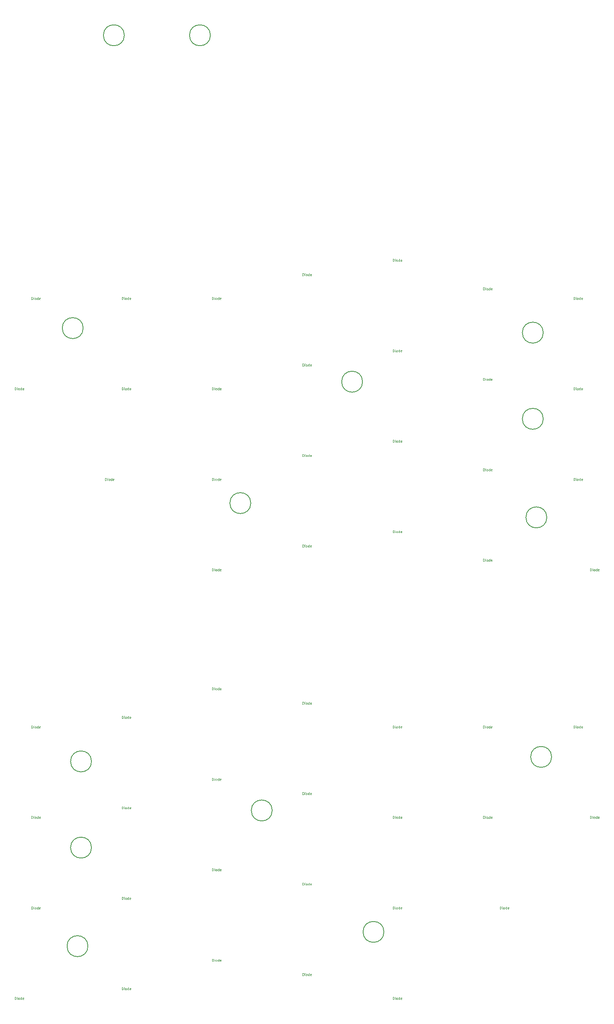
<source format=gbr>
%TF.GenerationSoftware,KiCad,Pcbnew,(6.0.6)*%
%TF.CreationDate,2022-09-03T22:19:59-07:00*%
%TF.ProjectId,NourK,4e6f7572-4b2e-46b6-9963-61645f706362,rev?*%
%TF.SameCoordinates,Original*%
%TF.FileFunction,Other,Comment*%
%FSLAX46Y46*%
G04 Gerber Fmt 4.6, Leading zero omitted, Abs format (unit mm)*
G04 Created by KiCad (PCBNEW (6.0.6)) date 2022-09-03 22:19:59*
%MOMM*%
%LPD*%
G01*
G04 APERTURE LIST*
%ADD10C,0.100000*%
%ADD11C,0.150000*%
G04 APERTURE END LIST*
D10*
%TO.C,SW53*%
X53083333Y-225726190D02*
X53083333Y-225226190D01*
X53202380Y-225226190D01*
X53273809Y-225250000D01*
X53321428Y-225297619D01*
X53345238Y-225345238D01*
X53369047Y-225440476D01*
X53369047Y-225511904D01*
X53345238Y-225607142D01*
X53321428Y-225654761D01*
X53273809Y-225702380D01*
X53202380Y-225726190D01*
X53083333Y-225726190D01*
X53583333Y-225726190D02*
X53583333Y-225392857D01*
X53583333Y-225226190D02*
X53559523Y-225250000D01*
X53583333Y-225273809D01*
X53607142Y-225250000D01*
X53583333Y-225226190D01*
X53583333Y-225273809D01*
X53892857Y-225726190D02*
X53845238Y-225702380D01*
X53821428Y-225678571D01*
X53797619Y-225630952D01*
X53797619Y-225488095D01*
X53821428Y-225440476D01*
X53845238Y-225416666D01*
X53892857Y-225392857D01*
X53964285Y-225392857D01*
X54011904Y-225416666D01*
X54035714Y-225440476D01*
X54059523Y-225488095D01*
X54059523Y-225630952D01*
X54035714Y-225678571D01*
X54011904Y-225702380D01*
X53964285Y-225726190D01*
X53892857Y-225726190D01*
X54488095Y-225726190D02*
X54488095Y-225226190D01*
X54488095Y-225702380D02*
X54440476Y-225726190D01*
X54345238Y-225726190D01*
X54297619Y-225702380D01*
X54273809Y-225678571D01*
X54250000Y-225630952D01*
X54250000Y-225488095D01*
X54273809Y-225440476D01*
X54297619Y-225416666D01*
X54345238Y-225392857D01*
X54440476Y-225392857D01*
X54488095Y-225416666D01*
X54916666Y-225702380D02*
X54869047Y-225726190D01*
X54773809Y-225726190D01*
X54726190Y-225702380D01*
X54702380Y-225654761D01*
X54702380Y-225464285D01*
X54726190Y-225416666D01*
X54773809Y-225392857D01*
X54869047Y-225392857D01*
X54916666Y-225416666D01*
X54940476Y-225464285D01*
X54940476Y-225511904D01*
X54702380Y-225559523D01*
%TO.C,SW36*%
X129083333Y-206726190D02*
X129083333Y-206226190D01*
X129202380Y-206226190D01*
X129273809Y-206250000D01*
X129321428Y-206297619D01*
X129345238Y-206345238D01*
X129369047Y-206440476D01*
X129369047Y-206511904D01*
X129345238Y-206607142D01*
X129321428Y-206654761D01*
X129273809Y-206702380D01*
X129202380Y-206726190D01*
X129083333Y-206726190D01*
X129583333Y-206726190D02*
X129583333Y-206392857D01*
X129583333Y-206226190D02*
X129559523Y-206250000D01*
X129583333Y-206273809D01*
X129607142Y-206250000D01*
X129583333Y-206226190D01*
X129583333Y-206273809D01*
X129892857Y-206726190D02*
X129845238Y-206702380D01*
X129821428Y-206678571D01*
X129797619Y-206630952D01*
X129797619Y-206488095D01*
X129821428Y-206440476D01*
X129845238Y-206416666D01*
X129892857Y-206392857D01*
X129964285Y-206392857D01*
X130011904Y-206416666D01*
X130035714Y-206440476D01*
X130059523Y-206488095D01*
X130059523Y-206630952D01*
X130035714Y-206678571D01*
X130011904Y-206702380D01*
X129964285Y-206726190D01*
X129892857Y-206726190D01*
X130488095Y-206726190D02*
X130488095Y-206226190D01*
X130488095Y-206702380D02*
X130440476Y-206726190D01*
X130345238Y-206726190D01*
X130297619Y-206702380D01*
X130273809Y-206678571D01*
X130250000Y-206630952D01*
X130250000Y-206488095D01*
X130273809Y-206440476D01*
X130297619Y-206416666D01*
X130345238Y-206392857D01*
X130440476Y-206392857D01*
X130488095Y-206416666D01*
X130916666Y-206702380D02*
X130869047Y-206726190D01*
X130773809Y-206726190D01*
X130726190Y-206702380D01*
X130702380Y-206654761D01*
X130702380Y-206464285D01*
X130726190Y-206416666D01*
X130773809Y-206392857D01*
X130869047Y-206392857D01*
X130916666Y-206416666D01*
X130940476Y-206464285D01*
X130940476Y-206511904D01*
X130702380Y-206559523D01*
%TO.C,SW33*%
X148083333Y-206726190D02*
X148083333Y-206226190D01*
X148202380Y-206226190D01*
X148273809Y-206250000D01*
X148321428Y-206297619D01*
X148345238Y-206345238D01*
X148369047Y-206440476D01*
X148369047Y-206511904D01*
X148345238Y-206607142D01*
X148321428Y-206654761D01*
X148273809Y-206702380D01*
X148202380Y-206726190D01*
X148083333Y-206726190D01*
X148583333Y-206726190D02*
X148583333Y-206392857D01*
X148583333Y-206226190D02*
X148559523Y-206250000D01*
X148583333Y-206273809D01*
X148607142Y-206250000D01*
X148583333Y-206226190D01*
X148583333Y-206273809D01*
X148892857Y-206726190D02*
X148845238Y-206702380D01*
X148821428Y-206678571D01*
X148797619Y-206630952D01*
X148797619Y-206488095D01*
X148821428Y-206440476D01*
X148845238Y-206416666D01*
X148892857Y-206392857D01*
X148964285Y-206392857D01*
X149011904Y-206416666D01*
X149035714Y-206440476D01*
X149059523Y-206488095D01*
X149059523Y-206630952D01*
X149035714Y-206678571D01*
X149011904Y-206702380D01*
X148964285Y-206726190D01*
X148892857Y-206726190D01*
X149488095Y-206726190D02*
X149488095Y-206226190D01*
X149488095Y-206702380D02*
X149440476Y-206726190D01*
X149345238Y-206726190D01*
X149297619Y-206702380D01*
X149273809Y-206678571D01*
X149250000Y-206630952D01*
X149250000Y-206488095D01*
X149273809Y-206440476D01*
X149297619Y-206416666D01*
X149345238Y-206392857D01*
X149440476Y-206392857D01*
X149488095Y-206416666D01*
X149916666Y-206702380D02*
X149869047Y-206726190D01*
X149773809Y-206726190D01*
X149726190Y-206702380D01*
X149702380Y-206654761D01*
X149702380Y-206464285D01*
X149726190Y-206416666D01*
X149773809Y-206392857D01*
X149869047Y-206392857D01*
X149916666Y-206416666D01*
X149940476Y-206464285D01*
X149940476Y-206511904D01*
X149702380Y-206559523D01*
%TO.C,SW13*%
X129083333Y-127726190D02*
X129083333Y-127226190D01*
X129202380Y-127226190D01*
X129273809Y-127250000D01*
X129321428Y-127297619D01*
X129345238Y-127345238D01*
X129369047Y-127440476D01*
X129369047Y-127511904D01*
X129345238Y-127607142D01*
X129321428Y-127654761D01*
X129273809Y-127702380D01*
X129202380Y-127726190D01*
X129083333Y-127726190D01*
X129583333Y-127726190D02*
X129583333Y-127392857D01*
X129583333Y-127226190D02*
X129559523Y-127250000D01*
X129583333Y-127273809D01*
X129607142Y-127250000D01*
X129583333Y-127226190D01*
X129583333Y-127273809D01*
X129892857Y-127726190D02*
X129845238Y-127702380D01*
X129821428Y-127678571D01*
X129797619Y-127630952D01*
X129797619Y-127488095D01*
X129821428Y-127440476D01*
X129845238Y-127416666D01*
X129892857Y-127392857D01*
X129964285Y-127392857D01*
X130011904Y-127416666D01*
X130035714Y-127440476D01*
X130059523Y-127488095D01*
X130059523Y-127630952D01*
X130035714Y-127678571D01*
X130011904Y-127702380D01*
X129964285Y-127726190D01*
X129892857Y-127726190D01*
X130488095Y-127726190D02*
X130488095Y-127226190D01*
X130488095Y-127702380D02*
X130440476Y-127726190D01*
X130345238Y-127726190D01*
X130297619Y-127702380D01*
X130273809Y-127678571D01*
X130250000Y-127630952D01*
X130250000Y-127488095D01*
X130273809Y-127440476D01*
X130297619Y-127416666D01*
X130345238Y-127392857D01*
X130440476Y-127392857D01*
X130488095Y-127416666D01*
X130916666Y-127702380D02*
X130869047Y-127726190D01*
X130773809Y-127726190D01*
X130726190Y-127702380D01*
X130702380Y-127654761D01*
X130702380Y-127464285D01*
X130726190Y-127416666D01*
X130773809Y-127392857D01*
X130869047Y-127392857D01*
X130916666Y-127416666D01*
X130940476Y-127464285D01*
X130940476Y-127511904D01*
X130702380Y-127559523D01*
%TO.C,SW49*%
X72083333Y-223726190D02*
X72083333Y-223226190D01*
X72202380Y-223226190D01*
X72273809Y-223250000D01*
X72321428Y-223297619D01*
X72345238Y-223345238D01*
X72369047Y-223440476D01*
X72369047Y-223511904D01*
X72345238Y-223607142D01*
X72321428Y-223654761D01*
X72273809Y-223702380D01*
X72202380Y-223726190D01*
X72083333Y-223726190D01*
X72583333Y-223726190D02*
X72583333Y-223392857D01*
X72583333Y-223226190D02*
X72559523Y-223250000D01*
X72583333Y-223273809D01*
X72607142Y-223250000D01*
X72583333Y-223226190D01*
X72583333Y-223273809D01*
X72892857Y-223726190D02*
X72845238Y-223702380D01*
X72821428Y-223678571D01*
X72797619Y-223630952D01*
X72797619Y-223488095D01*
X72821428Y-223440476D01*
X72845238Y-223416666D01*
X72892857Y-223392857D01*
X72964285Y-223392857D01*
X73011904Y-223416666D01*
X73035714Y-223440476D01*
X73059523Y-223488095D01*
X73059523Y-223630952D01*
X73035714Y-223678571D01*
X73011904Y-223702380D01*
X72964285Y-223726190D01*
X72892857Y-223726190D01*
X73488095Y-223726190D02*
X73488095Y-223226190D01*
X73488095Y-223702380D02*
X73440476Y-223726190D01*
X73345238Y-223726190D01*
X73297619Y-223702380D01*
X73273809Y-223678571D01*
X73250000Y-223630952D01*
X73250000Y-223488095D01*
X73273809Y-223440476D01*
X73297619Y-223416666D01*
X73345238Y-223392857D01*
X73440476Y-223392857D01*
X73488095Y-223416666D01*
X73916666Y-223702380D02*
X73869047Y-223726190D01*
X73773809Y-223726190D01*
X73726190Y-223702380D01*
X73702380Y-223654761D01*
X73702380Y-223464285D01*
X73726190Y-223416666D01*
X73773809Y-223392857D01*
X73869047Y-223392857D01*
X73916666Y-223416666D01*
X73940476Y-223464285D01*
X73940476Y-223511904D01*
X73702380Y-223559523D01*
%TO.C,SW8*%
X148083333Y-114726190D02*
X148083333Y-114226190D01*
X148202380Y-114226190D01*
X148273809Y-114250000D01*
X148321428Y-114297619D01*
X148345238Y-114345238D01*
X148369047Y-114440476D01*
X148369047Y-114511904D01*
X148345238Y-114607142D01*
X148321428Y-114654761D01*
X148273809Y-114702380D01*
X148202380Y-114726190D01*
X148083333Y-114726190D01*
X148583333Y-114726190D02*
X148583333Y-114392857D01*
X148583333Y-114226190D02*
X148559523Y-114250000D01*
X148583333Y-114273809D01*
X148607142Y-114250000D01*
X148583333Y-114226190D01*
X148583333Y-114273809D01*
X148892857Y-114726190D02*
X148845238Y-114702380D01*
X148821428Y-114678571D01*
X148797619Y-114630952D01*
X148797619Y-114488095D01*
X148821428Y-114440476D01*
X148845238Y-114416666D01*
X148892857Y-114392857D01*
X148964285Y-114392857D01*
X149011904Y-114416666D01*
X149035714Y-114440476D01*
X149059523Y-114488095D01*
X149059523Y-114630952D01*
X149035714Y-114678571D01*
X149011904Y-114702380D01*
X148964285Y-114726190D01*
X148892857Y-114726190D01*
X149488095Y-114726190D02*
X149488095Y-114226190D01*
X149488095Y-114702380D02*
X149440476Y-114726190D01*
X149345238Y-114726190D01*
X149297619Y-114702380D01*
X149273809Y-114678571D01*
X149250000Y-114630952D01*
X149250000Y-114488095D01*
X149273809Y-114440476D01*
X149297619Y-114416666D01*
X149345238Y-114392857D01*
X149440476Y-114392857D01*
X149488095Y-114416666D01*
X149916666Y-114702380D02*
X149869047Y-114726190D01*
X149773809Y-114726190D01*
X149726190Y-114702380D01*
X149702380Y-114654761D01*
X149702380Y-114464285D01*
X149726190Y-114416666D01*
X149773809Y-114392857D01*
X149869047Y-114392857D01*
X149916666Y-114416666D01*
X149940476Y-114464285D01*
X149940476Y-114511904D01*
X149702380Y-114559523D01*
%TO.C,SW26*%
X53083333Y-97726190D02*
X53083333Y-97226190D01*
X53202380Y-97226190D01*
X53273809Y-97250000D01*
X53321428Y-97297619D01*
X53345238Y-97345238D01*
X53369047Y-97440476D01*
X53369047Y-97511904D01*
X53345238Y-97607142D01*
X53321428Y-97654761D01*
X53273809Y-97702380D01*
X53202380Y-97726190D01*
X53083333Y-97726190D01*
X53583333Y-97726190D02*
X53583333Y-97392857D01*
X53583333Y-97226190D02*
X53559523Y-97250000D01*
X53583333Y-97273809D01*
X53607142Y-97250000D01*
X53583333Y-97226190D01*
X53583333Y-97273809D01*
X53892857Y-97726190D02*
X53845238Y-97702380D01*
X53821428Y-97678571D01*
X53797619Y-97630952D01*
X53797619Y-97488095D01*
X53821428Y-97440476D01*
X53845238Y-97416666D01*
X53892857Y-97392857D01*
X53964285Y-97392857D01*
X54011904Y-97416666D01*
X54035714Y-97440476D01*
X54059523Y-97488095D01*
X54059523Y-97630952D01*
X54035714Y-97678571D01*
X54011904Y-97702380D01*
X53964285Y-97726190D01*
X53892857Y-97726190D01*
X54488095Y-97726190D02*
X54488095Y-97226190D01*
X54488095Y-97702380D02*
X54440476Y-97726190D01*
X54345238Y-97726190D01*
X54297619Y-97702380D01*
X54273809Y-97678571D01*
X54250000Y-97630952D01*
X54250000Y-97488095D01*
X54273809Y-97440476D01*
X54297619Y-97416666D01*
X54345238Y-97392857D01*
X54440476Y-97392857D01*
X54488095Y-97416666D01*
X54916666Y-97702380D02*
X54869047Y-97726190D01*
X54773809Y-97726190D01*
X54726190Y-97702380D01*
X54702380Y-97654761D01*
X54702380Y-97464285D01*
X54726190Y-97416666D01*
X54773809Y-97392857D01*
X54869047Y-97392857D01*
X54916666Y-97416666D01*
X54940476Y-97464285D01*
X54940476Y-97511904D01*
X54702380Y-97559523D01*
%TO.C,SW23*%
X72083333Y-97726190D02*
X72083333Y-97226190D01*
X72202380Y-97226190D01*
X72273809Y-97250000D01*
X72321428Y-97297619D01*
X72345238Y-97345238D01*
X72369047Y-97440476D01*
X72369047Y-97511904D01*
X72345238Y-97607142D01*
X72321428Y-97654761D01*
X72273809Y-97702380D01*
X72202380Y-97726190D01*
X72083333Y-97726190D01*
X72583333Y-97726190D02*
X72583333Y-97392857D01*
X72583333Y-97226190D02*
X72559523Y-97250000D01*
X72583333Y-97273809D01*
X72607142Y-97250000D01*
X72583333Y-97226190D01*
X72583333Y-97273809D01*
X72892857Y-97726190D02*
X72845238Y-97702380D01*
X72821428Y-97678571D01*
X72797619Y-97630952D01*
X72797619Y-97488095D01*
X72821428Y-97440476D01*
X72845238Y-97416666D01*
X72892857Y-97392857D01*
X72964285Y-97392857D01*
X73011904Y-97416666D01*
X73035714Y-97440476D01*
X73059523Y-97488095D01*
X73059523Y-97630952D01*
X73035714Y-97678571D01*
X73011904Y-97702380D01*
X72964285Y-97726190D01*
X72892857Y-97726190D01*
X73488095Y-97726190D02*
X73488095Y-97226190D01*
X73488095Y-97702380D02*
X73440476Y-97726190D01*
X73345238Y-97726190D01*
X73297619Y-97702380D01*
X73273809Y-97678571D01*
X73250000Y-97630952D01*
X73250000Y-97488095D01*
X73273809Y-97440476D01*
X73297619Y-97416666D01*
X73345238Y-97392857D01*
X73440476Y-97392857D01*
X73488095Y-97416666D01*
X73916666Y-97702380D02*
X73869047Y-97726190D01*
X73773809Y-97726190D01*
X73726190Y-97702380D01*
X73702380Y-97654761D01*
X73702380Y-97464285D01*
X73726190Y-97416666D01*
X73773809Y-97392857D01*
X73869047Y-97392857D01*
X73916666Y-97416666D01*
X73940476Y-97464285D01*
X73940476Y-97511904D01*
X73702380Y-97559523D01*
%TO.C,SW18*%
X110083333Y-149726190D02*
X110083333Y-149226190D01*
X110202380Y-149226190D01*
X110273809Y-149250000D01*
X110321428Y-149297619D01*
X110345238Y-149345238D01*
X110369047Y-149440476D01*
X110369047Y-149511904D01*
X110345238Y-149607142D01*
X110321428Y-149654761D01*
X110273809Y-149702380D01*
X110202380Y-149726190D01*
X110083333Y-149726190D01*
X110583333Y-149726190D02*
X110583333Y-149392857D01*
X110583333Y-149226190D02*
X110559523Y-149250000D01*
X110583333Y-149273809D01*
X110607142Y-149250000D01*
X110583333Y-149226190D01*
X110583333Y-149273809D01*
X110892857Y-149726190D02*
X110845238Y-149702380D01*
X110821428Y-149678571D01*
X110797619Y-149630952D01*
X110797619Y-149488095D01*
X110821428Y-149440476D01*
X110845238Y-149416666D01*
X110892857Y-149392857D01*
X110964285Y-149392857D01*
X111011904Y-149416666D01*
X111035714Y-149440476D01*
X111059523Y-149488095D01*
X111059523Y-149630952D01*
X111035714Y-149678571D01*
X111011904Y-149702380D01*
X110964285Y-149726190D01*
X110892857Y-149726190D01*
X111488095Y-149726190D02*
X111488095Y-149226190D01*
X111488095Y-149702380D02*
X111440476Y-149726190D01*
X111345238Y-149726190D01*
X111297619Y-149702380D01*
X111273809Y-149678571D01*
X111250000Y-149630952D01*
X111250000Y-149488095D01*
X111273809Y-149440476D01*
X111297619Y-149416666D01*
X111345238Y-149392857D01*
X111440476Y-149392857D01*
X111488095Y-149416666D01*
X111916666Y-149702380D02*
X111869047Y-149726190D01*
X111773809Y-149726190D01*
X111726190Y-149702380D01*
X111702380Y-149654761D01*
X111702380Y-149464285D01*
X111726190Y-149416666D01*
X111773809Y-149392857D01*
X111869047Y-149392857D01*
X111916666Y-149416666D01*
X111940476Y-149464285D01*
X111940476Y-149511904D01*
X111702380Y-149559523D01*
%TO.C,SW21*%
X91083333Y-135726190D02*
X91083333Y-135226190D01*
X91202380Y-135226190D01*
X91273809Y-135250000D01*
X91321428Y-135297619D01*
X91345238Y-135345238D01*
X91369047Y-135440476D01*
X91369047Y-135511904D01*
X91345238Y-135607142D01*
X91321428Y-135654761D01*
X91273809Y-135702380D01*
X91202380Y-135726190D01*
X91083333Y-135726190D01*
X91583333Y-135726190D02*
X91583333Y-135392857D01*
X91583333Y-135226190D02*
X91559523Y-135250000D01*
X91583333Y-135273809D01*
X91607142Y-135250000D01*
X91583333Y-135226190D01*
X91583333Y-135273809D01*
X91892857Y-135726190D02*
X91845238Y-135702380D01*
X91821428Y-135678571D01*
X91797619Y-135630952D01*
X91797619Y-135488095D01*
X91821428Y-135440476D01*
X91845238Y-135416666D01*
X91892857Y-135392857D01*
X91964285Y-135392857D01*
X92011904Y-135416666D01*
X92035714Y-135440476D01*
X92059523Y-135488095D01*
X92059523Y-135630952D01*
X92035714Y-135678571D01*
X92011904Y-135702380D01*
X91964285Y-135726190D01*
X91892857Y-135726190D01*
X92488095Y-135726190D02*
X92488095Y-135226190D01*
X92488095Y-135702380D02*
X92440476Y-135726190D01*
X92345238Y-135726190D01*
X92297619Y-135702380D01*
X92273809Y-135678571D01*
X92250000Y-135630952D01*
X92250000Y-135488095D01*
X92273809Y-135440476D01*
X92297619Y-135416666D01*
X92345238Y-135392857D01*
X92440476Y-135392857D01*
X92488095Y-135416666D01*
X92916666Y-135702380D02*
X92869047Y-135726190D01*
X92773809Y-135726190D01*
X92726190Y-135702380D01*
X92702380Y-135654761D01*
X92702380Y-135464285D01*
X92726190Y-135416666D01*
X92773809Y-135392857D01*
X92869047Y-135392857D01*
X92916666Y-135416666D01*
X92940476Y-135464285D01*
X92940476Y-135511904D01*
X92702380Y-135559523D01*
%TO.C,SW11*%
X129083333Y-89726190D02*
X129083333Y-89226190D01*
X129202380Y-89226190D01*
X129273809Y-89250000D01*
X129321428Y-89297619D01*
X129345238Y-89345238D01*
X129369047Y-89440476D01*
X129369047Y-89511904D01*
X129345238Y-89607142D01*
X129321428Y-89654761D01*
X129273809Y-89702380D01*
X129202380Y-89726190D01*
X129083333Y-89726190D01*
X129583333Y-89726190D02*
X129583333Y-89392857D01*
X129583333Y-89226190D02*
X129559523Y-89250000D01*
X129583333Y-89273809D01*
X129607142Y-89250000D01*
X129583333Y-89226190D01*
X129583333Y-89273809D01*
X129892857Y-89726190D02*
X129845238Y-89702380D01*
X129821428Y-89678571D01*
X129797619Y-89630952D01*
X129797619Y-89488095D01*
X129821428Y-89440476D01*
X129845238Y-89416666D01*
X129892857Y-89392857D01*
X129964285Y-89392857D01*
X130011904Y-89416666D01*
X130035714Y-89440476D01*
X130059523Y-89488095D01*
X130059523Y-89630952D01*
X130035714Y-89678571D01*
X130011904Y-89702380D01*
X129964285Y-89726190D01*
X129892857Y-89726190D01*
X130488095Y-89726190D02*
X130488095Y-89226190D01*
X130488095Y-89702380D02*
X130440476Y-89726190D01*
X130345238Y-89726190D01*
X130297619Y-89702380D01*
X130273809Y-89678571D01*
X130250000Y-89630952D01*
X130250000Y-89488095D01*
X130273809Y-89440476D01*
X130297619Y-89416666D01*
X130345238Y-89392857D01*
X130440476Y-89392857D01*
X130488095Y-89416666D01*
X130916666Y-89702380D02*
X130869047Y-89726190D01*
X130773809Y-89726190D01*
X130726190Y-89702380D01*
X130702380Y-89654761D01*
X130702380Y-89464285D01*
X130726190Y-89416666D01*
X130773809Y-89392857D01*
X130869047Y-89392857D01*
X130916666Y-89416666D01*
X130940476Y-89464285D01*
X130940476Y-89511904D01*
X130702380Y-89559523D01*
%TO.C,SW4*%
X167083333Y-116726190D02*
X167083333Y-116226190D01*
X167202380Y-116226190D01*
X167273809Y-116250000D01*
X167321428Y-116297619D01*
X167345238Y-116345238D01*
X167369047Y-116440476D01*
X167369047Y-116511904D01*
X167345238Y-116607142D01*
X167321428Y-116654761D01*
X167273809Y-116702380D01*
X167202380Y-116726190D01*
X167083333Y-116726190D01*
X167583333Y-116726190D02*
X167583333Y-116392857D01*
X167583333Y-116226190D02*
X167559523Y-116250000D01*
X167583333Y-116273809D01*
X167607142Y-116250000D01*
X167583333Y-116226190D01*
X167583333Y-116273809D01*
X167892857Y-116726190D02*
X167845238Y-116702380D01*
X167821428Y-116678571D01*
X167797619Y-116630952D01*
X167797619Y-116488095D01*
X167821428Y-116440476D01*
X167845238Y-116416666D01*
X167892857Y-116392857D01*
X167964285Y-116392857D01*
X168011904Y-116416666D01*
X168035714Y-116440476D01*
X168059523Y-116488095D01*
X168059523Y-116630952D01*
X168035714Y-116678571D01*
X168011904Y-116702380D01*
X167964285Y-116726190D01*
X167892857Y-116726190D01*
X168488095Y-116726190D02*
X168488095Y-116226190D01*
X168488095Y-116702380D02*
X168440476Y-116726190D01*
X168345238Y-116726190D01*
X168297619Y-116702380D01*
X168273809Y-116678571D01*
X168250000Y-116630952D01*
X168250000Y-116488095D01*
X168273809Y-116440476D01*
X168297619Y-116416666D01*
X168345238Y-116392857D01*
X168440476Y-116392857D01*
X168488095Y-116416666D01*
X168916666Y-116702380D02*
X168869047Y-116726190D01*
X168773809Y-116726190D01*
X168726190Y-116702380D01*
X168702380Y-116654761D01*
X168702380Y-116464285D01*
X168726190Y-116416666D01*
X168773809Y-116392857D01*
X168869047Y-116392857D01*
X168916666Y-116416666D01*
X168940476Y-116464285D01*
X168940476Y-116511904D01*
X168702380Y-116559523D01*
%TO.C,SW45*%
X91083333Y-217726190D02*
X91083333Y-217226190D01*
X91202380Y-217226190D01*
X91273809Y-217250000D01*
X91321428Y-217297619D01*
X91345238Y-217345238D01*
X91369047Y-217440476D01*
X91369047Y-217511904D01*
X91345238Y-217607142D01*
X91321428Y-217654761D01*
X91273809Y-217702380D01*
X91202380Y-217726190D01*
X91083333Y-217726190D01*
X91583333Y-217726190D02*
X91583333Y-217392857D01*
X91583333Y-217226190D02*
X91559523Y-217250000D01*
X91583333Y-217273809D01*
X91607142Y-217250000D01*
X91583333Y-217226190D01*
X91583333Y-217273809D01*
X91892857Y-217726190D02*
X91845238Y-217702380D01*
X91821428Y-217678571D01*
X91797619Y-217630952D01*
X91797619Y-217488095D01*
X91821428Y-217440476D01*
X91845238Y-217416666D01*
X91892857Y-217392857D01*
X91964285Y-217392857D01*
X92011904Y-217416666D01*
X92035714Y-217440476D01*
X92059523Y-217488095D01*
X92059523Y-217630952D01*
X92035714Y-217678571D01*
X92011904Y-217702380D01*
X91964285Y-217726190D01*
X91892857Y-217726190D01*
X92488095Y-217726190D02*
X92488095Y-217226190D01*
X92488095Y-217702380D02*
X92440476Y-217726190D01*
X92345238Y-217726190D01*
X92297619Y-217702380D01*
X92273809Y-217678571D01*
X92250000Y-217630952D01*
X92250000Y-217488095D01*
X92273809Y-217440476D01*
X92297619Y-217416666D01*
X92345238Y-217392857D01*
X92440476Y-217392857D01*
X92488095Y-217416666D01*
X92916666Y-217702380D02*
X92869047Y-217726190D01*
X92773809Y-217726190D01*
X92726190Y-217702380D01*
X92702380Y-217654761D01*
X92702380Y-217464285D01*
X92726190Y-217416666D01*
X92773809Y-217392857D01*
X92869047Y-217392857D01*
X92916666Y-217416666D01*
X92940476Y-217464285D01*
X92940476Y-217511904D01*
X92702380Y-217559523D01*
%TO.C,SW41*%
X110083333Y-220726190D02*
X110083333Y-220226190D01*
X110202380Y-220226190D01*
X110273809Y-220250000D01*
X110321428Y-220297619D01*
X110345238Y-220345238D01*
X110369047Y-220440476D01*
X110369047Y-220511904D01*
X110345238Y-220607142D01*
X110321428Y-220654761D01*
X110273809Y-220702380D01*
X110202380Y-220726190D01*
X110083333Y-220726190D01*
X110583333Y-220726190D02*
X110583333Y-220392857D01*
X110583333Y-220226190D02*
X110559523Y-220250000D01*
X110583333Y-220273809D01*
X110607142Y-220250000D01*
X110583333Y-220226190D01*
X110583333Y-220273809D01*
X110892857Y-220726190D02*
X110845238Y-220702380D01*
X110821428Y-220678571D01*
X110797619Y-220630952D01*
X110797619Y-220488095D01*
X110821428Y-220440476D01*
X110845238Y-220416666D01*
X110892857Y-220392857D01*
X110964285Y-220392857D01*
X111011904Y-220416666D01*
X111035714Y-220440476D01*
X111059523Y-220488095D01*
X111059523Y-220630952D01*
X111035714Y-220678571D01*
X111011904Y-220702380D01*
X110964285Y-220726190D01*
X110892857Y-220726190D01*
X111488095Y-220726190D02*
X111488095Y-220226190D01*
X111488095Y-220702380D02*
X111440476Y-220726190D01*
X111345238Y-220726190D01*
X111297619Y-220702380D01*
X111273809Y-220678571D01*
X111250000Y-220630952D01*
X111250000Y-220488095D01*
X111273809Y-220440476D01*
X111297619Y-220416666D01*
X111345238Y-220392857D01*
X111440476Y-220392857D01*
X111488095Y-220416666D01*
X111916666Y-220702380D02*
X111869047Y-220726190D01*
X111773809Y-220726190D01*
X111726190Y-220702380D01*
X111702380Y-220654761D01*
X111702380Y-220464285D01*
X111726190Y-220416666D01*
X111773809Y-220392857D01*
X111869047Y-220392857D01*
X111916666Y-220416666D01*
X111940476Y-220464285D01*
X111940476Y-220511904D01*
X111702380Y-220559523D01*
%TO.C,SW42*%
X110083333Y-239726190D02*
X110083333Y-239226190D01*
X110202380Y-239226190D01*
X110273809Y-239250000D01*
X110321428Y-239297619D01*
X110345238Y-239345238D01*
X110369047Y-239440476D01*
X110369047Y-239511904D01*
X110345238Y-239607142D01*
X110321428Y-239654761D01*
X110273809Y-239702380D01*
X110202380Y-239726190D01*
X110083333Y-239726190D01*
X110583333Y-239726190D02*
X110583333Y-239392857D01*
X110583333Y-239226190D02*
X110559523Y-239250000D01*
X110583333Y-239273809D01*
X110607142Y-239250000D01*
X110583333Y-239226190D01*
X110583333Y-239273809D01*
X110892857Y-239726190D02*
X110845238Y-239702380D01*
X110821428Y-239678571D01*
X110797619Y-239630952D01*
X110797619Y-239488095D01*
X110821428Y-239440476D01*
X110845238Y-239416666D01*
X110892857Y-239392857D01*
X110964285Y-239392857D01*
X111011904Y-239416666D01*
X111035714Y-239440476D01*
X111059523Y-239488095D01*
X111059523Y-239630952D01*
X111035714Y-239678571D01*
X111011904Y-239702380D01*
X110964285Y-239726190D01*
X110892857Y-239726190D01*
X111488095Y-239726190D02*
X111488095Y-239226190D01*
X111488095Y-239702380D02*
X111440476Y-239726190D01*
X111345238Y-239726190D01*
X111297619Y-239702380D01*
X111273809Y-239678571D01*
X111250000Y-239630952D01*
X111250000Y-239488095D01*
X111273809Y-239440476D01*
X111297619Y-239416666D01*
X111345238Y-239392857D01*
X111440476Y-239392857D01*
X111488095Y-239416666D01*
X111916666Y-239702380D02*
X111869047Y-239726190D01*
X111773809Y-239726190D01*
X111726190Y-239702380D01*
X111702380Y-239654761D01*
X111702380Y-239464285D01*
X111726190Y-239416666D01*
X111773809Y-239392857D01*
X111869047Y-239392857D01*
X111916666Y-239416666D01*
X111940476Y-239464285D01*
X111940476Y-239511904D01*
X111702380Y-239559523D01*
%TO.C,SW20*%
X91083333Y-116726190D02*
X91083333Y-116226190D01*
X91202380Y-116226190D01*
X91273809Y-116250000D01*
X91321428Y-116297619D01*
X91345238Y-116345238D01*
X91369047Y-116440476D01*
X91369047Y-116511904D01*
X91345238Y-116607142D01*
X91321428Y-116654761D01*
X91273809Y-116702380D01*
X91202380Y-116726190D01*
X91083333Y-116726190D01*
X91583333Y-116726190D02*
X91583333Y-116392857D01*
X91583333Y-116226190D02*
X91559523Y-116250000D01*
X91583333Y-116273809D01*
X91607142Y-116250000D01*
X91583333Y-116226190D01*
X91583333Y-116273809D01*
X91892857Y-116726190D02*
X91845238Y-116702380D01*
X91821428Y-116678571D01*
X91797619Y-116630952D01*
X91797619Y-116488095D01*
X91821428Y-116440476D01*
X91845238Y-116416666D01*
X91892857Y-116392857D01*
X91964285Y-116392857D01*
X92011904Y-116416666D01*
X92035714Y-116440476D01*
X92059523Y-116488095D01*
X92059523Y-116630952D01*
X92035714Y-116678571D01*
X92011904Y-116702380D01*
X91964285Y-116726190D01*
X91892857Y-116726190D01*
X92488095Y-116726190D02*
X92488095Y-116226190D01*
X92488095Y-116702380D02*
X92440476Y-116726190D01*
X92345238Y-116726190D01*
X92297619Y-116702380D01*
X92273809Y-116678571D01*
X92250000Y-116630952D01*
X92250000Y-116488095D01*
X92273809Y-116440476D01*
X92297619Y-116416666D01*
X92345238Y-116392857D01*
X92440476Y-116392857D01*
X92488095Y-116416666D01*
X92916666Y-116702380D02*
X92869047Y-116726190D01*
X92773809Y-116726190D01*
X92726190Y-116702380D01*
X92702380Y-116654761D01*
X92702380Y-116464285D01*
X92726190Y-116416666D01*
X92773809Y-116392857D01*
X92869047Y-116392857D01*
X92916666Y-116416666D01*
X92940476Y-116464285D01*
X92940476Y-116511904D01*
X92702380Y-116559523D01*
%TO.C,SW40*%
X110083333Y-201726190D02*
X110083333Y-201226190D01*
X110202380Y-201226190D01*
X110273809Y-201250000D01*
X110321428Y-201297619D01*
X110345238Y-201345238D01*
X110369047Y-201440476D01*
X110369047Y-201511904D01*
X110345238Y-201607142D01*
X110321428Y-201654761D01*
X110273809Y-201702380D01*
X110202380Y-201726190D01*
X110083333Y-201726190D01*
X110583333Y-201726190D02*
X110583333Y-201392857D01*
X110583333Y-201226190D02*
X110559523Y-201250000D01*
X110583333Y-201273809D01*
X110607142Y-201250000D01*
X110583333Y-201226190D01*
X110583333Y-201273809D01*
X110892857Y-201726190D02*
X110845238Y-201702380D01*
X110821428Y-201678571D01*
X110797619Y-201630952D01*
X110797619Y-201488095D01*
X110821428Y-201440476D01*
X110845238Y-201416666D01*
X110892857Y-201392857D01*
X110964285Y-201392857D01*
X111011904Y-201416666D01*
X111035714Y-201440476D01*
X111059523Y-201488095D01*
X111059523Y-201630952D01*
X111035714Y-201678571D01*
X111011904Y-201702380D01*
X110964285Y-201726190D01*
X110892857Y-201726190D01*
X111488095Y-201726190D02*
X111488095Y-201226190D01*
X111488095Y-201702380D02*
X111440476Y-201726190D01*
X111345238Y-201726190D01*
X111297619Y-201702380D01*
X111273809Y-201678571D01*
X111250000Y-201630952D01*
X111250000Y-201488095D01*
X111273809Y-201440476D01*
X111297619Y-201416666D01*
X111345238Y-201392857D01*
X111440476Y-201392857D01*
X111488095Y-201416666D01*
X111916666Y-201702380D02*
X111869047Y-201726190D01*
X111773809Y-201726190D01*
X111726190Y-201702380D01*
X111702380Y-201654761D01*
X111702380Y-201464285D01*
X111726190Y-201416666D01*
X111773809Y-201392857D01*
X111869047Y-201392857D01*
X111916666Y-201416666D01*
X111940476Y-201464285D01*
X111940476Y-201511904D01*
X111702380Y-201559523D01*
%TO.C,SW51*%
X53083333Y-187726190D02*
X53083333Y-187226190D01*
X53202380Y-187226190D01*
X53273809Y-187250000D01*
X53321428Y-187297619D01*
X53345238Y-187345238D01*
X53369047Y-187440476D01*
X53369047Y-187511904D01*
X53345238Y-187607142D01*
X53321428Y-187654761D01*
X53273809Y-187702380D01*
X53202380Y-187726190D01*
X53083333Y-187726190D01*
X53583333Y-187726190D02*
X53583333Y-187392857D01*
X53583333Y-187226190D02*
X53559523Y-187250000D01*
X53583333Y-187273809D01*
X53607142Y-187250000D01*
X53583333Y-187226190D01*
X53583333Y-187273809D01*
X53892857Y-187726190D02*
X53845238Y-187702380D01*
X53821428Y-187678571D01*
X53797619Y-187630952D01*
X53797619Y-187488095D01*
X53821428Y-187440476D01*
X53845238Y-187416666D01*
X53892857Y-187392857D01*
X53964285Y-187392857D01*
X54011904Y-187416666D01*
X54035714Y-187440476D01*
X54059523Y-187488095D01*
X54059523Y-187630952D01*
X54035714Y-187678571D01*
X54011904Y-187702380D01*
X53964285Y-187726190D01*
X53892857Y-187726190D01*
X54488095Y-187726190D02*
X54488095Y-187226190D01*
X54488095Y-187702380D02*
X54440476Y-187726190D01*
X54345238Y-187726190D01*
X54297619Y-187702380D01*
X54273809Y-187678571D01*
X54250000Y-187630952D01*
X54250000Y-187488095D01*
X54273809Y-187440476D01*
X54297619Y-187416666D01*
X54345238Y-187392857D01*
X54440476Y-187392857D01*
X54488095Y-187416666D01*
X54916666Y-187702380D02*
X54869047Y-187726190D01*
X54773809Y-187726190D01*
X54726190Y-187702380D01*
X54702380Y-187654761D01*
X54702380Y-187464285D01*
X54726190Y-187416666D01*
X54773809Y-187392857D01*
X54869047Y-187392857D01*
X54916666Y-187416666D01*
X54940476Y-187464285D01*
X54940476Y-187511904D01*
X54702380Y-187559523D01*
%TO.C,SW12*%
X129083333Y-108726190D02*
X129083333Y-108226190D01*
X129202380Y-108226190D01*
X129273809Y-108250000D01*
X129321428Y-108297619D01*
X129345238Y-108345238D01*
X129369047Y-108440476D01*
X129369047Y-108511904D01*
X129345238Y-108607142D01*
X129321428Y-108654761D01*
X129273809Y-108702380D01*
X129202380Y-108726190D01*
X129083333Y-108726190D01*
X129583333Y-108726190D02*
X129583333Y-108392857D01*
X129583333Y-108226190D02*
X129559523Y-108250000D01*
X129583333Y-108273809D01*
X129607142Y-108250000D01*
X129583333Y-108226190D01*
X129583333Y-108273809D01*
X129892857Y-108726190D02*
X129845238Y-108702380D01*
X129821428Y-108678571D01*
X129797619Y-108630952D01*
X129797619Y-108488095D01*
X129821428Y-108440476D01*
X129845238Y-108416666D01*
X129892857Y-108392857D01*
X129964285Y-108392857D01*
X130011904Y-108416666D01*
X130035714Y-108440476D01*
X130059523Y-108488095D01*
X130059523Y-108630952D01*
X130035714Y-108678571D01*
X130011904Y-108702380D01*
X129964285Y-108726190D01*
X129892857Y-108726190D01*
X130488095Y-108726190D02*
X130488095Y-108226190D01*
X130488095Y-108702380D02*
X130440476Y-108726190D01*
X130345238Y-108726190D01*
X130297619Y-108702380D01*
X130273809Y-108678571D01*
X130250000Y-108630952D01*
X130250000Y-108488095D01*
X130273809Y-108440476D01*
X130297619Y-108416666D01*
X130345238Y-108392857D01*
X130440476Y-108392857D01*
X130488095Y-108416666D01*
X130916666Y-108702380D02*
X130869047Y-108726190D01*
X130773809Y-108726190D01*
X130726190Y-108702380D01*
X130702380Y-108654761D01*
X130702380Y-108464285D01*
X130726190Y-108416666D01*
X130773809Y-108392857D01*
X130869047Y-108392857D01*
X130916666Y-108416666D01*
X130940476Y-108464285D01*
X130940476Y-108511904D01*
X130702380Y-108559523D01*
%TO.C,SW37*%
X129083333Y-225726190D02*
X129083333Y-225226190D01*
X129202380Y-225226190D01*
X129273809Y-225250000D01*
X129321428Y-225297619D01*
X129345238Y-225345238D01*
X129369047Y-225440476D01*
X129369047Y-225511904D01*
X129345238Y-225607142D01*
X129321428Y-225654761D01*
X129273809Y-225702380D01*
X129202380Y-225726190D01*
X129083333Y-225726190D01*
X129583333Y-225726190D02*
X129583333Y-225392857D01*
X129583333Y-225226190D02*
X129559523Y-225250000D01*
X129583333Y-225273809D01*
X129607142Y-225250000D01*
X129583333Y-225226190D01*
X129583333Y-225273809D01*
X129892857Y-225726190D02*
X129845238Y-225702380D01*
X129821428Y-225678571D01*
X129797619Y-225630952D01*
X129797619Y-225488095D01*
X129821428Y-225440476D01*
X129845238Y-225416666D01*
X129892857Y-225392857D01*
X129964285Y-225392857D01*
X130011904Y-225416666D01*
X130035714Y-225440476D01*
X130059523Y-225488095D01*
X130059523Y-225630952D01*
X130035714Y-225678571D01*
X130011904Y-225702380D01*
X129964285Y-225726190D01*
X129892857Y-225726190D01*
X130488095Y-225726190D02*
X130488095Y-225226190D01*
X130488095Y-225702380D02*
X130440476Y-225726190D01*
X130345238Y-225726190D01*
X130297619Y-225702380D01*
X130273809Y-225678571D01*
X130250000Y-225630952D01*
X130250000Y-225488095D01*
X130273809Y-225440476D01*
X130297619Y-225416666D01*
X130345238Y-225392857D01*
X130440476Y-225392857D01*
X130488095Y-225416666D01*
X130916666Y-225702380D02*
X130869047Y-225726190D01*
X130773809Y-225726190D01*
X130726190Y-225702380D01*
X130702380Y-225654761D01*
X130702380Y-225464285D01*
X130726190Y-225416666D01*
X130773809Y-225392857D01*
X130869047Y-225392857D01*
X130916666Y-225416666D01*
X130940476Y-225464285D01*
X130940476Y-225511904D01*
X130702380Y-225559523D01*
%TO.C,SW30*%
X167083333Y-187726190D02*
X167083333Y-187226190D01*
X167202380Y-187226190D01*
X167273809Y-187250000D01*
X167321428Y-187297619D01*
X167345238Y-187345238D01*
X167369047Y-187440476D01*
X167369047Y-187511904D01*
X167345238Y-187607142D01*
X167321428Y-187654761D01*
X167273809Y-187702380D01*
X167202380Y-187726190D01*
X167083333Y-187726190D01*
X167583333Y-187726190D02*
X167583333Y-187392857D01*
X167583333Y-187226190D02*
X167559523Y-187250000D01*
X167583333Y-187273809D01*
X167607142Y-187250000D01*
X167583333Y-187226190D01*
X167583333Y-187273809D01*
X167892857Y-187726190D02*
X167845238Y-187702380D01*
X167821428Y-187678571D01*
X167797619Y-187630952D01*
X167797619Y-187488095D01*
X167821428Y-187440476D01*
X167845238Y-187416666D01*
X167892857Y-187392857D01*
X167964285Y-187392857D01*
X168011904Y-187416666D01*
X168035714Y-187440476D01*
X168059523Y-187488095D01*
X168059523Y-187630952D01*
X168035714Y-187678571D01*
X168011904Y-187702380D01*
X167964285Y-187726190D01*
X167892857Y-187726190D01*
X168488095Y-187726190D02*
X168488095Y-187226190D01*
X168488095Y-187702380D02*
X168440476Y-187726190D01*
X168345238Y-187726190D01*
X168297619Y-187702380D01*
X168273809Y-187678571D01*
X168250000Y-187630952D01*
X168250000Y-187488095D01*
X168273809Y-187440476D01*
X168297619Y-187416666D01*
X168345238Y-187392857D01*
X168440476Y-187392857D01*
X168488095Y-187416666D01*
X168916666Y-187702380D02*
X168869047Y-187726190D01*
X168773809Y-187726190D01*
X168726190Y-187702380D01*
X168702380Y-187654761D01*
X168702380Y-187464285D01*
X168726190Y-187416666D01*
X168773809Y-187392857D01*
X168869047Y-187392857D01*
X168916666Y-187416666D01*
X168940476Y-187464285D01*
X168940476Y-187511904D01*
X168702380Y-187559523D01*
%TO.C,SW25*%
X68583333Y-135726190D02*
X68583333Y-135226190D01*
X68702380Y-135226190D01*
X68773809Y-135250000D01*
X68821428Y-135297619D01*
X68845238Y-135345238D01*
X68869047Y-135440476D01*
X68869047Y-135511904D01*
X68845238Y-135607142D01*
X68821428Y-135654761D01*
X68773809Y-135702380D01*
X68702380Y-135726190D01*
X68583333Y-135726190D01*
X69083333Y-135726190D02*
X69083333Y-135392857D01*
X69083333Y-135226190D02*
X69059523Y-135250000D01*
X69083333Y-135273809D01*
X69107142Y-135250000D01*
X69083333Y-135226190D01*
X69083333Y-135273809D01*
X69392857Y-135726190D02*
X69345238Y-135702380D01*
X69321428Y-135678571D01*
X69297619Y-135630952D01*
X69297619Y-135488095D01*
X69321428Y-135440476D01*
X69345238Y-135416666D01*
X69392857Y-135392857D01*
X69464285Y-135392857D01*
X69511904Y-135416666D01*
X69535714Y-135440476D01*
X69559523Y-135488095D01*
X69559523Y-135630952D01*
X69535714Y-135678571D01*
X69511904Y-135702380D01*
X69464285Y-135726190D01*
X69392857Y-135726190D01*
X69988095Y-135726190D02*
X69988095Y-135226190D01*
X69988095Y-135702380D02*
X69940476Y-135726190D01*
X69845238Y-135726190D01*
X69797619Y-135702380D01*
X69773809Y-135678571D01*
X69750000Y-135630952D01*
X69750000Y-135488095D01*
X69773809Y-135440476D01*
X69797619Y-135416666D01*
X69845238Y-135392857D01*
X69940476Y-135392857D01*
X69988095Y-135416666D01*
X70416666Y-135702380D02*
X70369047Y-135726190D01*
X70273809Y-135726190D01*
X70226190Y-135702380D01*
X70202380Y-135654761D01*
X70202380Y-135464285D01*
X70226190Y-135416666D01*
X70273809Y-135392857D01*
X70369047Y-135392857D01*
X70416666Y-135416666D01*
X70440476Y-135464285D01*
X70440476Y-135511904D01*
X70202380Y-135559523D01*
%TO.C,SW19*%
X91083333Y-97726190D02*
X91083333Y-97226190D01*
X91202380Y-97226190D01*
X91273809Y-97250000D01*
X91321428Y-97297619D01*
X91345238Y-97345238D01*
X91369047Y-97440476D01*
X91369047Y-97511904D01*
X91345238Y-97607142D01*
X91321428Y-97654761D01*
X91273809Y-97702380D01*
X91202380Y-97726190D01*
X91083333Y-97726190D01*
X91583333Y-97726190D02*
X91583333Y-97392857D01*
X91583333Y-97226190D02*
X91559523Y-97250000D01*
X91583333Y-97273809D01*
X91607142Y-97250000D01*
X91583333Y-97226190D01*
X91583333Y-97273809D01*
X91892857Y-97726190D02*
X91845238Y-97702380D01*
X91821428Y-97678571D01*
X91797619Y-97630952D01*
X91797619Y-97488095D01*
X91821428Y-97440476D01*
X91845238Y-97416666D01*
X91892857Y-97392857D01*
X91964285Y-97392857D01*
X92011904Y-97416666D01*
X92035714Y-97440476D01*
X92059523Y-97488095D01*
X92059523Y-97630952D01*
X92035714Y-97678571D01*
X92011904Y-97702380D01*
X91964285Y-97726190D01*
X91892857Y-97726190D01*
X92488095Y-97726190D02*
X92488095Y-97226190D01*
X92488095Y-97702380D02*
X92440476Y-97726190D01*
X92345238Y-97726190D01*
X92297619Y-97702380D01*
X92273809Y-97678571D01*
X92250000Y-97630952D01*
X92250000Y-97488095D01*
X92273809Y-97440476D01*
X92297619Y-97416666D01*
X92345238Y-97392857D01*
X92440476Y-97392857D01*
X92488095Y-97416666D01*
X92916666Y-97702380D02*
X92869047Y-97726190D01*
X92773809Y-97726190D01*
X92726190Y-97702380D01*
X92702380Y-97654761D01*
X92702380Y-97464285D01*
X92726190Y-97416666D01*
X92773809Y-97392857D01*
X92869047Y-97392857D01*
X92916666Y-97416666D01*
X92940476Y-97464285D01*
X92940476Y-97511904D01*
X92702380Y-97559523D01*
%TO.C,SW52*%
X53083333Y-206726190D02*
X53083333Y-206226190D01*
X53202380Y-206226190D01*
X53273809Y-206250000D01*
X53321428Y-206297619D01*
X53345238Y-206345238D01*
X53369047Y-206440476D01*
X53369047Y-206511904D01*
X53345238Y-206607142D01*
X53321428Y-206654761D01*
X53273809Y-206702380D01*
X53202380Y-206726190D01*
X53083333Y-206726190D01*
X53583333Y-206726190D02*
X53583333Y-206392857D01*
X53583333Y-206226190D02*
X53559523Y-206250000D01*
X53583333Y-206273809D01*
X53607142Y-206250000D01*
X53583333Y-206226190D01*
X53583333Y-206273809D01*
X53892857Y-206726190D02*
X53845238Y-206702380D01*
X53821428Y-206678571D01*
X53797619Y-206630952D01*
X53797619Y-206488095D01*
X53821428Y-206440476D01*
X53845238Y-206416666D01*
X53892857Y-206392857D01*
X53964285Y-206392857D01*
X54011904Y-206416666D01*
X54035714Y-206440476D01*
X54059523Y-206488095D01*
X54059523Y-206630952D01*
X54035714Y-206678571D01*
X54011904Y-206702380D01*
X53964285Y-206726190D01*
X53892857Y-206726190D01*
X54488095Y-206726190D02*
X54488095Y-206226190D01*
X54488095Y-206702380D02*
X54440476Y-206726190D01*
X54345238Y-206726190D01*
X54297619Y-206702380D01*
X54273809Y-206678571D01*
X54250000Y-206630952D01*
X54250000Y-206488095D01*
X54273809Y-206440476D01*
X54297619Y-206416666D01*
X54345238Y-206392857D01*
X54440476Y-206392857D01*
X54488095Y-206416666D01*
X54916666Y-206702380D02*
X54869047Y-206726190D01*
X54773809Y-206726190D01*
X54726190Y-206702380D01*
X54702380Y-206654761D01*
X54702380Y-206464285D01*
X54726190Y-206416666D01*
X54773809Y-206392857D01*
X54869047Y-206392857D01*
X54916666Y-206416666D01*
X54940476Y-206464285D01*
X54940476Y-206511904D01*
X54702380Y-206559523D01*
%TO.C,SW38*%
X129083333Y-244726190D02*
X129083333Y-244226190D01*
X129202380Y-244226190D01*
X129273809Y-244250000D01*
X129321428Y-244297619D01*
X129345238Y-244345238D01*
X129369047Y-244440476D01*
X129369047Y-244511904D01*
X129345238Y-244607142D01*
X129321428Y-244654761D01*
X129273809Y-244702380D01*
X129202380Y-244726190D01*
X129083333Y-244726190D01*
X129583333Y-244726190D02*
X129583333Y-244392857D01*
X129583333Y-244226190D02*
X129559523Y-244250000D01*
X129583333Y-244273809D01*
X129607142Y-244250000D01*
X129583333Y-244226190D01*
X129583333Y-244273809D01*
X129892857Y-244726190D02*
X129845238Y-244702380D01*
X129821428Y-244678571D01*
X129797619Y-244630952D01*
X129797619Y-244488095D01*
X129821428Y-244440476D01*
X129845238Y-244416666D01*
X129892857Y-244392857D01*
X129964285Y-244392857D01*
X130011904Y-244416666D01*
X130035714Y-244440476D01*
X130059523Y-244488095D01*
X130059523Y-244630952D01*
X130035714Y-244678571D01*
X130011904Y-244702380D01*
X129964285Y-244726190D01*
X129892857Y-244726190D01*
X130488095Y-244726190D02*
X130488095Y-244226190D01*
X130488095Y-244702380D02*
X130440476Y-244726190D01*
X130345238Y-244726190D01*
X130297619Y-244702380D01*
X130273809Y-244678571D01*
X130250000Y-244630952D01*
X130250000Y-244488095D01*
X130273809Y-244440476D01*
X130297619Y-244416666D01*
X130345238Y-244392857D01*
X130440476Y-244392857D01*
X130488095Y-244416666D01*
X130916666Y-244702380D02*
X130869047Y-244726190D01*
X130773809Y-244726190D01*
X130726190Y-244702380D01*
X130702380Y-244654761D01*
X130702380Y-244464285D01*
X130726190Y-244416666D01*
X130773809Y-244392857D01*
X130869047Y-244392857D01*
X130916666Y-244416666D01*
X130940476Y-244464285D01*
X130940476Y-244511904D01*
X130702380Y-244559523D01*
%TO.C,SW35*%
X129083333Y-187726190D02*
X129083333Y-187226190D01*
X129202380Y-187226190D01*
X129273809Y-187250000D01*
X129321428Y-187297619D01*
X129345238Y-187345238D01*
X129369047Y-187440476D01*
X129369047Y-187511904D01*
X129345238Y-187607142D01*
X129321428Y-187654761D01*
X129273809Y-187702380D01*
X129202380Y-187726190D01*
X129083333Y-187726190D01*
X129583333Y-187726190D02*
X129583333Y-187392857D01*
X129583333Y-187226190D02*
X129559523Y-187250000D01*
X129583333Y-187273809D01*
X129607142Y-187250000D01*
X129583333Y-187226190D01*
X129583333Y-187273809D01*
X129892857Y-187726190D02*
X129845238Y-187702380D01*
X129821428Y-187678571D01*
X129797619Y-187630952D01*
X129797619Y-187488095D01*
X129821428Y-187440476D01*
X129845238Y-187416666D01*
X129892857Y-187392857D01*
X129964285Y-187392857D01*
X130011904Y-187416666D01*
X130035714Y-187440476D01*
X130059523Y-187488095D01*
X130059523Y-187630952D01*
X130035714Y-187678571D01*
X130011904Y-187702380D01*
X129964285Y-187726190D01*
X129892857Y-187726190D01*
X130488095Y-187726190D02*
X130488095Y-187226190D01*
X130488095Y-187702380D02*
X130440476Y-187726190D01*
X130345238Y-187726190D01*
X130297619Y-187702380D01*
X130273809Y-187678571D01*
X130250000Y-187630952D01*
X130250000Y-187488095D01*
X130273809Y-187440476D01*
X130297619Y-187416666D01*
X130345238Y-187392857D01*
X130440476Y-187392857D01*
X130488095Y-187416666D01*
X130916666Y-187702380D02*
X130869047Y-187726190D01*
X130773809Y-187726190D01*
X130726190Y-187702380D01*
X130702380Y-187654761D01*
X130702380Y-187464285D01*
X130726190Y-187416666D01*
X130773809Y-187392857D01*
X130869047Y-187392857D01*
X130916666Y-187416666D01*
X130940476Y-187464285D01*
X130940476Y-187511904D01*
X130702380Y-187559523D01*
%TO.C,SW5*%
X167083333Y-135726190D02*
X167083333Y-135226190D01*
X167202380Y-135226190D01*
X167273809Y-135250000D01*
X167321428Y-135297619D01*
X167345238Y-135345238D01*
X167369047Y-135440476D01*
X167369047Y-135511904D01*
X167345238Y-135607142D01*
X167321428Y-135654761D01*
X167273809Y-135702380D01*
X167202380Y-135726190D01*
X167083333Y-135726190D01*
X167583333Y-135726190D02*
X167583333Y-135392857D01*
X167583333Y-135226190D02*
X167559523Y-135250000D01*
X167583333Y-135273809D01*
X167607142Y-135250000D01*
X167583333Y-135226190D01*
X167583333Y-135273809D01*
X167892857Y-135726190D02*
X167845238Y-135702380D01*
X167821428Y-135678571D01*
X167797619Y-135630952D01*
X167797619Y-135488095D01*
X167821428Y-135440476D01*
X167845238Y-135416666D01*
X167892857Y-135392857D01*
X167964285Y-135392857D01*
X168011904Y-135416666D01*
X168035714Y-135440476D01*
X168059523Y-135488095D01*
X168059523Y-135630952D01*
X168035714Y-135678571D01*
X168011904Y-135702380D01*
X167964285Y-135726190D01*
X167892857Y-135726190D01*
X168488095Y-135726190D02*
X168488095Y-135226190D01*
X168488095Y-135702380D02*
X168440476Y-135726190D01*
X168345238Y-135726190D01*
X168297619Y-135702380D01*
X168273809Y-135678571D01*
X168250000Y-135630952D01*
X168250000Y-135488095D01*
X168273809Y-135440476D01*
X168297619Y-135416666D01*
X168345238Y-135392857D01*
X168440476Y-135392857D01*
X168488095Y-135416666D01*
X168916666Y-135702380D02*
X168869047Y-135726190D01*
X168773809Y-135726190D01*
X168726190Y-135702380D01*
X168702380Y-135654761D01*
X168702380Y-135464285D01*
X168726190Y-135416666D01*
X168773809Y-135392857D01*
X168869047Y-135392857D01*
X168916666Y-135416666D01*
X168940476Y-135464285D01*
X168940476Y-135511904D01*
X168702380Y-135559523D01*
%TO.C,SW47*%
X72083333Y-185726190D02*
X72083333Y-185226190D01*
X72202380Y-185226190D01*
X72273809Y-185250000D01*
X72321428Y-185297619D01*
X72345238Y-185345238D01*
X72369047Y-185440476D01*
X72369047Y-185511904D01*
X72345238Y-185607142D01*
X72321428Y-185654761D01*
X72273809Y-185702380D01*
X72202380Y-185726190D01*
X72083333Y-185726190D01*
X72583333Y-185726190D02*
X72583333Y-185392857D01*
X72583333Y-185226190D02*
X72559523Y-185250000D01*
X72583333Y-185273809D01*
X72607142Y-185250000D01*
X72583333Y-185226190D01*
X72583333Y-185273809D01*
X72892857Y-185726190D02*
X72845238Y-185702380D01*
X72821428Y-185678571D01*
X72797619Y-185630952D01*
X72797619Y-185488095D01*
X72821428Y-185440476D01*
X72845238Y-185416666D01*
X72892857Y-185392857D01*
X72964285Y-185392857D01*
X73011904Y-185416666D01*
X73035714Y-185440476D01*
X73059523Y-185488095D01*
X73059523Y-185630952D01*
X73035714Y-185678571D01*
X73011904Y-185702380D01*
X72964285Y-185726190D01*
X72892857Y-185726190D01*
X73488095Y-185726190D02*
X73488095Y-185226190D01*
X73488095Y-185702380D02*
X73440476Y-185726190D01*
X73345238Y-185726190D01*
X73297619Y-185702380D01*
X73273809Y-185678571D01*
X73250000Y-185630952D01*
X73250000Y-185488095D01*
X73273809Y-185440476D01*
X73297619Y-185416666D01*
X73345238Y-185392857D01*
X73440476Y-185392857D01*
X73488095Y-185416666D01*
X73916666Y-185702380D02*
X73869047Y-185726190D01*
X73773809Y-185726190D01*
X73726190Y-185702380D01*
X73702380Y-185654761D01*
X73702380Y-185464285D01*
X73726190Y-185416666D01*
X73773809Y-185392857D01*
X73869047Y-185392857D01*
X73916666Y-185416666D01*
X73940476Y-185464285D01*
X73940476Y-185511904D01*
X73702380Y-185559523D01*
%TO.C,SW50*%
X72083333Y-242726190D02*
X72083333Y-242226190D01*
X72202380Y-242226190D01*
X72273809Y-242250000D01*
X72321428Y-242297619D01*
X72345238Y-242345238D01*
X72369047Y-242440476D01*
X72369047Y-242511904D01*
X72345238Y-242607142D01*
X72321428Y-242654761D01*
X72273809Y-242702380D01*
X72202380Y-242726190D01*
X72083333Y-242726190D01*
X72583333Y-242726190D02*
X72583333Y-242392857D01*
X72583333Y-242226190D02*
X72559523Y-242250000D01*
X72583333Y-242273809D01*
X72607142Y-242250000D01*
X72583333Y-242226190D01*
X72583333Y-242273809D01*
X72892857Y-242726190D02*
X72845238Y-242702380D01*
X72821428Y-242678571D01*
X72797619Y-242630952D01*
X72797619Y-242488095D01*
X72821428Y-242440476D01*
X72845238Y-242416666D01*
X72892857Y-242392857D01*
X72964285Y-242392857D01*
X73011904Y-242416666D01*
X73035714Y-242440476D01*
X73059523Y-242488095D01*
X73059523Y-242630952D01*
X73035714Y-242678571D01*
X73011904Y-242702380D01*
X72964285Y-242726190D01*
X72892857Y-242726190D01*
X73488095Y-242726190D02*
X73488095Y-242226190D01*
X73488095Y-242702380D02*
X73440476Y-242726190D01*
X73345238Y-242726190D01*
X73297619Y-242702380D01*
X73273809Y-242678571D01*
X73250000Y-242630952D01*
X73250000Y-242488095D01*
X73273809Y-242440476D01*
X73297619Y-242416666D01*
X73345238Y-242392857D01*
X73440476Y-242392857D01*
X73488095Y-242416666D01*
X73916666Y-242702380D02*
X73869047Y-242726190D01*
X73773809Y-242726190D01*
X73726190Y-242702380D01*
X73702380Y-242654761D01*
X73702380Y-242464285D01*
X73726190Y-242416666D01*
X73773809Y-242392857D01*
X73869047Y-242392857D01*
X73916666Y-242416666D01*
X73940476Y-242464285D01*
X73940476Y-242511904D01*
X73702380Y-242559523D01*
%TO.C,SW14*%
X129083333Y-146726190D02*
X129083333Y-146226190D01*
X129202380Y-146226190D01*
X129273809Y-146250000D01*
X129321428Y-146297619D01*
X129345238Y-146345238D01*
X129369047Y-146440476D01*
X129369047Y-146511904D01*
X129345238Y-146607142D01*
X129321428Y-146654761D01*
X129273809Y-146702380D01*
X129202380Y-146726190D01*
X129083333Y-146726190D01*
X129583333Y-146726190D02*
X129583333Y-146392857D01*
X129583333Y-146226190D02*
X129559523Y-146250000D01*
X129583333Y-146273809D01*
X129607142Y-146250000D01*
X129583333Y-146226190D01*
X129583333Y-146273809D01*
X129892857Y-146726190D02*
X129845238Y-146702380D01*
X129821428Y-146678571D01*
X129797619Y-146630952D01*
X129797619Y-146488095D01*
X129821428Y-146440476D01*
X129845238Y-146416666D01*
X129892857Y-146392857D01*
X129964285Y-146392857D01*
X130011904Y-146416666D01*
X130035714Y-146440476D01*
X130059523Y-146488095D01*
X130059523Y-146630952D01*
X130035714Y-146678571D01*
X130011904Y-146702380D01*
X129964285Y-146726190D01*
X129892857Y-146726190D01*
X130488095Y-146726190D02*
X130488095Y-146226190D01*
X130488095Y-146702380D02*
X130440476Y-146726190D01*
X130345238Y-146726190D01*
X130297619Y-146702380D01*
X130273809Y-146678571D01*
X130250000Y-146630952D01*
X130250000Y-146488095D01*
X130273809Y-146440476D01*
X130297619Y-146416666D01*
X130345238Y-146392857D01*
X130440476Y-146392857D01*
X130488095Y-146416666D01*
X130916666Y-146702380D02*
X130869047Y-146726190D01*
X130773809Y-146726190D01*
X130726190Y-146702380D01*
X130702380Y-146654761D01*
X130702380Y-146464285D01*
X130726190Y-146416666D01*
X130773809Y-146392857D01*
X130869047Y-146392857D01*
X130916666Y-146416666D01*
X130940476Y-146464285D01*
X130940476Y-146511904D01*
X130702380Y-146559523D01*
%TO.C,SW9*%
X148083333Y-133726190D02*
X148083333Y-133226190D01*
X148202380Y-133226190D01*
X148273809Y-133250000D01*
X148321428Y-133297619D01*
X148345238Y-133345238D01*
X148369047Y-133440476D01*
X148369047Y-133511904D01*
X148345238Y-133607142D01*
X148321428Y-133654761D01*
X148273809Y-133702380D01*
X148202380Y-133726190D01*
X148083333Y-133726190D01*
X148583333Y-133726190D02*
X148583333Y-133392857D01*
X148583333Y-133226190D02*
X148559523Y-133250000D01*
X148583333Y-133273809D01*
X148607142Y-133250000D01*
X148583333Y-133226190D01*
X148583333Y-133273809D01*
X148892857Y-133726190D02*
X148845238Y-133702380D01*
X148821428Y-133678571D01*
X148797619Y-133630952D01*
X148797619Y-133488095D01*
X148821428Y-133440476D01*
X148845238Y-133416666D01*
X148892857Y-133392857D01*
X148964285Y-133392857D01*
X149011904Y-133416666D01*
X149035714Y-133440476D01*
X149059523Y-133488095D01*
X149059523Y-133630952D01*
X149035714Y-133678571D01*
X149011904Y-133702380D01*
X148964285Y-133726190D01*
X148892857Y-133726190D01*
X149488095Y-133726190D02*
X149488095Y-133226190D01*
X149488095Y-133702380D02*
X149440476Y-133726190D01*
X149345238Y-133726190D01*
X149297619Y-133702380D01*
X149273809Y-133678571D01*
X149250000Y-133630952D01*
X149250000Y-133488095D01*
X149273809Y-133440476D01*
X149297619Y-133416666D01*
X149345238Y-133392857D01*
X149440476Y-133392857D01*
X149488095Y-133416666D01*
X149916666Y-133702380D02*
X149869047Y-133726190D01*
X149773809Y-133726190D01*
X149726190Y-133702380D01*
X149702380Y-133654761D01*
X149702380Y-133464285D01*
X149726190Y-133416666D01*
X149773809Y-133392857D01*
X149869047Y-133392857D01*
X149916666Y-133416666D01*
X149940476Y-133464285D01*
X149940476Y-133511904D01*
X149702380Y-133559523D01*
%TO.C,SW17*%
X110083333Y-130726190D02*
X110083333Y-130226190D01*
X110202380Y-130226190D01*
X110273809Y-130250000D01*
X110321428Y-130297619D01*
X110345238Y-130345238D01*
X110369047Y-130440476D01*
X110369047Y-130511904D01*
X110345238Y-130607142D01*
X110321428Y-130654761D01*
X110273809Y-130702380D01*
X110202380Y-130726190D01*
X110083333Y-130726190D01*
X110583333Y-130726190D02*
X110583333Y-130392857D01*
X110583333Y-130226190D02*
X110559523Y-130250000D01*
X110583333Y-130273809D01*
X110607142Y-130250000D01*
X110583333Y-130226190D01*
X110583333Y-130273809D01*
X110892857Y-130726190D02*
X110845238Y-130702380D01*
X110821428Y-130678571D01*
X110797619Y-130630952D01*
X110797619Y-130488095D01*
X110821428Y-130440476D01*
X110845238Y-130416666D01*
X110892857Y-130392857D01*
X110964285Y-130392857D01*
X111011904Y-130416666D01*
X111035714Y-130440476D01*
X111059523Y-130488095D01*
X111059523Y-130630952D01*
X111035714Y-130678571D01*
X111011904Y-130702380D01*
X110964285Y-130726190D01*
X110892857Y-130726190D01*
X111488095Y-130726190D02*
X111488095Y-130226190D01*
X111488095Y-130702380D02*
X111440476Y-130726190D01*
X111345238Y-130726190D01*
X111297619Y-130702380D01*
X111273809Y-130678571D01*
X111250000Y-130630952D01*
X111250000Y-130488095D01*
X111273809Y-130440476D01*
X111297619Y-130416666D01*
X111345238Y-130392857D01*
X111440476Y-130392857D01*
X111488095Y-130416666D01*
X111916666Y-130702380D02*
X111869047Y-130726190D01*
X111773809Y-130726190D01*
X111726190Y-130702380D01*
X111702380Y-130654761D01*
X111702380Y-130464285D01*
X111726190Y-130416666D01*
X111773809Y-130392857D01*
X111869047Y-130392857D01*
X111916666Y-130416666D01*
X111940476Y-130464285D01*
X111940476Y-130511904D01*
X111702380Y-130559523D01*
%TO.C,SW43*%
X91083333Y-179726190D02*
X91083333Y-179226190D01*
X91202380Y-179226190D01*
X91273809Y-179250000D01*
X91321428Y-179297619D01*
X91345238Y-179345238D01*
X91369047Y-179440476D01*
X91369047Y-179511904D01*
X91345238Y-179607142D01*
X91321428Y-179654761D01*
X91273809Y-179702380D01*
X91202380Y-179726190D01*
X91083333Y-179726190D01*
X91583333Y-179726190D02*
X91583333Y-179392857D01*
X91583333Y-179226190D02*
X91559523Y-179250000D01*
X91583333Y-179273809D01*
X91607142Y-179250000D01*
X91583333Y-179226190D01*
X91583333Y-179273809D01*
X91892857Y-179726190D02*
X91845238Y-179702380D01*
X91821428Y-179678571D01*
X91797619Y-179630952D01*
X91797619Y-179488095D01*
X91821428Y-179440476D01*
X91845238Y-179416666D01*
X91892857Y-179392857D01*
X91964285Y-179392857D01*
X92011904Y-179416666D01*
X92035714Y-179440476D01*
X92059523Y-179488095D01*
X92059523Y-179630952D01*
X92035714Y-179678571D01*
X92011904Y-179702380D01*
X91964285Y-179726190D01*
X91892857Y-179726190D01*
X92488095Y-179726190D02*
X92488095Y-179226190D01*
X92488095Y-179702380D02*
X92440476Y-179726190D01*
X92345238Y-179726190D01*
X92297619Y-179702380D01*
X92273809Y-179678571D01*
X92250000Y-179630952D01*
X92250000Y-179488095D01*
X92273809Y-179440476D01*
X92297619Y-179416666D01*
X92345238Y-179392857D01*
X92440476Y-179392857D01*
X92488095Y-179416666D01*
X92916666Y-179702380D02*
X92869047Y-179726190D01*
X92773809Y-179726190D01*
X92726190Y-179702380D01*
X92702380Y-179654761D01*
X92702380Y-179464285D01*
X92726190Y-179416666D01*
X92773809Y-179392857D01*
X92869047Y-179392857D01*
X92916666Y-179416666D01*
X92940476Y-179464285D01*
X92940476Y-179511904D01*
X92702380Y-179559523D01*
%TO.C,SW32*%
X148083333Y-187726190D02*
X148083333Y-187226190D01*
X148202380Y-187226190D01*
X148273809Y-187250000D01*
X148321428Y-187297619D01*
X148345238Y-187345238D01*
X148369047Y-187440476D01*
X148369047Y-187511904D01*
X148345238Y-187607142D01*
X148321428Y-187654761D01*
X148273809Y-187702380D01*
X148202380Y-187726190D01*
X148083333Y-187726190D01*
X148583333Y-187726190D02*
X148583333Y-187392857D01*
X148583333Y-187226190D02*
X148559523Y-187250000D01*
X148583333Y-187273809D01*
X148607142Y-187250000D01*
X148583333Y-187226190D01*
X148583333Y-187273809D01*
X148892857Y-187726190D02*
X148845238Y-187702380D01*
X148821428Y-187678571D01*
X148797619Y-187630952D01*
X148797619Y-187488095D01*
X148821428Y-187440476D01*
X148845238Y-187416666D01*
X148892857Y-187392857D01*
X148964285Y-187392857D01*
X149011904Y-187416666D01*
X149035714Y-187440476D01*
X149059523Y-187488095D01*
X149059523Y-187630952D01*
X149035714Y-187678571D01*
X149011904Y-187702380D01*
X148964285Y-187726190D01*
X148892857Y-187726190D01*
X149488095Y-187726190D02*
X149488095Y-187226190D01*
X149488095Y-187702380D02*
X149440476Y-187726190D01*
X149345238Y-187726190D01*
X149297619Y-187702380D01*
X149273809Y-187678571D01*
X149250000Y-187630952D01*
X149250000Y-187488095D01*
X149273809Y-187440476D01*
X149297619Y-187416666D01*
X149345238Y-187392857D01*
X149440476Y-187392857D01*
X149488095Y-187416666D01*
X149916666Y-187702380D02*
X149869047Y-187726190D01*
X149773809Y-187726190D01*
X149726190Y-187702380D01*
X149702380Y-187654761D01*
X149702380Y-187464285D01*
X149726190Y-187416666D01*
X149773809Y-187392857D01*
X149869047Y-187392857D01*
X149916666Y-187416666D01*
X149940476Y-187464285D01*
X149940476Y-187511904D01*
X149702380Y-187559523D01*
%TO.C,SW44*%
X91083333Y-198726190D02*
X91083333Y-198226190D01*
X91202380Y-198226190D01*
X91273809Y-198250000D01*
X91321428Y-198297619D01*
X91345238Y-198345238D01*
X91369047Y-198440476D01*
X91369047Y-198511904D01*
X91345238Y-198607142D01*
X91321428Y-198654761D01*
X91273809Y-198702380D01*
X91202380Y-198726190D01*
X91083333Y-198726190D01*
X91583333Y-198726190D02*
X91583333Y-198392857D01*
X91583333Y-198226190D02*
X91559523Y-198250000D01*
X91583333Y-198273809D01*
X91607142Y-198250000D01*
X91583333Y-198226190D01*
X91583333Y-198273809D01*
X91892857Y-198726190D02*
X91845238Y-198702380D01*
X91821428Y-198678571D01*
X91797619Y-198630952D01*
X91797619Y-198488095D01*
X91821428Y-198440476D01*
X91845238Y-198416666D01*
X91892857Y-198392857D01*
X91964285Y-198392857D01*
X92011904Y-198416666D01*
X92035714Y-198440476D01*
X92059523Y-198488095D01*
X92059523Y-198630952D01*
X92035714Y-198678571D01*
X92011904Y-198702380D01*
X91964285Y-198726190D01*
X91892857Y-198726190D01*
X92488095Y-198726190D02*
X92488095Y-198226190D01*
X92488095Y-198702380D02*
X92440476Y-198726190D01*
X92345238Y-198726190D01*
X92297619Y-198702380D01*
X92273809Y-198678571D01*
X92250000Y-198630952D01*
X92250000Y-198488095D01*
X92273809Y-198440476D01*
X92297619Y-198416666D01*
X92345238Y-198392857D01*
X92440476Y-198392857D01*
X92488095Y-198416666D01*
X92916666Y-198702380D02*
X92869047Y-198726190D01*
X92773809Y-198726190D01*
X92726190Y-198702380D01*
X92702380Y-198654761D01*
X92702380Y-198464285D01*
X92726190Y-198416666D01*
X92773809Y-198392857D01*
X92869047Y-198392857D01*
X92916666Y-198416666D01*
X92940476Y-198464285D01*
X92940476Y-198511904D01*
X92702380Y-198559523D01*
%TO.C,SW24*%
X72083333Y-116726190D02*
X72083333Y-116226190D01*
X72202380Y-116226190D01*
X72273809Y-116250000D01*
X72321428Y-116297619D01*
X72345238Y-116345238D01*
X72369047Y-116440476D01*
X72369047Y-116511904D01*
X72345238Y-116607142D01*
X72321428Y-116654761D01*
X72273809Y-116702380D01*
X72202380Y-116726190D01*
X72083333Y-116726190D01*
X72583333Y-116726190D02*
X72583333Y-116392857D01*
X72583333Y-116226190D02*
X72559523Y-116250000D01*
X72583333Y-116273809D01*
X72607142Y-116250000D01*
X72583333Y-116226190D01*
X72583333Y-116273809D01*
X72892857Y-116726190D02*
X72845238Y-116702380D01*
X72821428Y-116678571D01*
X72797619Y-116630952D01*
X72797619Y-116488095D01*
X72821428Y-116440476D01*
X72845238Y-116416666D01*
X72892857Y-116392857D01*
X72964285Y-116392857D01*
X73011904Y-116416666D01*
X73035714Y-116440476D01*
X73059523Y-116488095D01*
X73059523Y-116630952D01*
X73035714Y-116678571D01*
X73011904Y-116702380D01*
X72964285Y-116726190D01*
X72892857Y-116726190D01*
X73488095Y-116726190D02*
X73488095Y-116226190D01*
X73488095Y-116702380D02*
X73440476Y-116726190D01*
X73345238Y-116726190D01*
X73297619Y-116702380D01*
X73273809Y-116678571D01*
X73250000Y-116630952D01*
X73250000Y-116488095D01*
X73273809Y-116440476D01*
X73297619Y-116416666D01*
X73345238Y-116392857D01*
X73440476Y-116392857D01*
X73488095Y-116416666D01*
X73916666Y-116702380D02*
X73869047Y-116726190D01*
X73773809Y-116726190D01*
X73726190Y-116702380D01*
X73702380Y-116654761D01*
X73702380Y-116464285D01*
X73726190Y-116416666D01*
X73773809Y-116392857D01*
X73869047Y-116392857D01*
X73916666Y-116416666D01*
X73940476Y-116464285D01*
X73940476Y-116511904D01*
X73702380Y-116559523D01*
%TO.C,SW31*%
X170583333Y-206726190D02*
X170583333Y-206226190D01*
X170702380Y-206226190D01*
X170773809Y-206250000D01*
X170821428Y-206297619D01*
X170845238Y-206345238D01*
X170869047Y-206440476D01*
X170869047Y-206511904D01*
X170845238Y-206607142D01*
X170821428Y-206654761D01*
X170773809Y-206702380D01*
X170702380Y-206726190D01*
X170583333Y-206726190D01*
X171083333Y-206726190D02*
X171083333Y-206392857D01*
X171083333Y-206226190D02*
X171059523Y-206250000D01*
X171083333Y-206273809D01*
X171107142Y-206250000D01*
X171083333Y-206226190D01*
X171083333Y-206273809D01*
X171392857Y-206726190D02*
X171345238Y-206702380D01*
X171321428Y-206678571D01*
X171297619Y-206630952D01*
X171297619Y-206488095D01*
X171321428Y-206440476D01*
X171345238Y-206416666D01*
X171392857Y-206392857D01*
X171464285Y-206392857D01*
X171511904Y-206416666D01*
X171535714Y-206440476D01*
X171559523Y-206488095D01*
X171559523Y-206630952D01*
X171535714Y-206678571D01*
X171511904Y-206702380D01*
X171464285Y-206726190D01*
X171392857Y-206726190D01*
X171988095Y-206726190D02*
X171988095Y-206226190D01*
X171988095Y-206702380D02*
X171940476Y-206726190D01*
X171845238Y-206726190D01*
X171797619Y-206702380D01*
X171773809Y-206678571D01*
X171750000Y-206630952D01*
X171750000Y-206488095D01*
X171773809Y-206440476D01*
X171797619Y-206416666D01*
X171845238Y-206392857D01*
X171940476Y-206392857D01*
X171988095Y-206416666D01*
X172416666Y-206702380D02*
X172369047Y-206726190D01*
X172273809Y-206726190D01*
X172226190Y-206702380D01*
X172202380Y-206654761D01*
X172202380Y-206464285D01*
X172226190Y-206416666D01*
X172273809Y-206392857D01*
X172369047Y-206392857D01*
X172416666Y-206416666D01*
X172440476Y-206464285D01*
X172440476Y-206511904D01*
X172202380Y-206559523D01*
%TO.C,SW22*%
X91083333Y-154726190D02*
X91083333Y-154226190D01*
X91202380Y-154226190D01*
X91273809Y-154250000D01*
X91321428Y-154297619D01*
X91345238Y-154345238D01*
X91369047Y-154440476D01*
X91369047Y-154511904D01*
X91345238Y-154607142D01*
X91321428Y-154654761D01*
X91273809Y-154702380D01*
X91202380Y-154726190D01*
X91083333Y-154726190D01*
X91583333Y-154726190D02*
X91583333Y-154392857D01*
X91583333Y-154226190D02*
X91559523Y-154250000D01*
X91583333Y-154273809D01*
X91607142Y-154250000D01*
X91583333Y-154226190D01*
X91583333Y-154273809D01*
X91892857Y-154726190D02*
X91845238Y-154702380D01*
X91821428Y-154678571D01*
X91797619Y-154630952D01*
X91797619Y-154488095D01*
X91821428Y-154440476D01*
X91845238Y-154416666D01*
X91892857Y-154392857D01*
X91964285Y-154392857D01*
X92011904Y-154416666D01*
X92035714Y-154440476D01*
X92059523Y-154488095D01*
X92059523Y-154630952D01*
X92035714Y-154678571D01*
X92011904Y-154702380D01*
X91964285Y-154726190D01*
X91892857Y-154726190D01*
X92488095Y-154726190D02*
X92488095Y-154226190D01*
X92488095Y-154702380D02*
X92440476Y-154726190D01*
X92345238Y-154726190D01*
X92297619Y-154702380D01*
X92273809Y-154678571D01*
X92250000Y-154630952D01*
X92250000Y-154488095D01*
X92273809Y-154440476D01*
X92297619Y-154416666D01*
X92345238Y-154392857D01*
X92440476Y-154392857D01*
X92488095Y-154416666D01*
X92916666Y-154702380D02*
X92869047Y-154726190D01*
X92773809Y-154726190D01*
X92726190Y-154702380D01*
X92702380Y-154654761D01*
X92702380Y-154464285D01*
X92726190Y-154416666D01*
X92773809Y-154392857D01*
X92869047Y-154392857D01*
X92916666Y-154416666D01*
X92940476Y-154464285D01*
X92940476Y-154511904D01*
X92702380Y-154559523D01*
%TO.C,SW48*%
X72083333Y-204726190D02*
X72083333Y-204226190D01*
X72202380Y-204226190D01*
X72273809Y-204250000D01*
X72321428Y-204297619D01*
X72345238Y-204345238D01*
X72369047Y-204440476D01*
X72369047Y-204511904D01*
X72345238Y-204607142D01*
X72321428Y-204654761D01*
X72273809Y-204702380D01*
X72202380Y-204726190D01*
X72083333Y-204726190D01*
X72583333Y-204726190D02*
X72583333Y-204392857D01*
X72583333Y-204226190D02*
X72559523Y-204250000D01*
X72583333Y-204273809D01*
X72607142Y-204250000D01*
X72583333Y-204226190D01*
X72583333Y-204273809D01*
X72892857Y-204726190D02*
X72845238Y-204702380D01*
X72821428Y-204678571D01*
X72797619Y-204630952D01*
X72797619Y-204488095D01*
X72821428Y-204440476D01*
X72845238Y-204416666D01*
X72892857Y-204392857D01*
X72964285Y-204392857D01*
X73011904Y-204416666D01*
X73035714Y-204440476D01*
X73059523Y-204488095D01*
X73059523Y-204630952D01*
X73035714Y-204678571D01*
X73011904Y-204702380D01*
X72964285Y-204726190D01*
X72892857Y-204726190D01*
X73488095Y-204726190D02*
X73488095Y-204226190D01*
X73488095Y-204702380D02*
X73440476Y-204726190D01*
X73345238Y-204726190D01*
X73297619Y-204702380D01*
X73273809Y-204678571D01*
X73250000Y-204630952D01*
X73250000Y-204488095D01*
X73273809Y-204440476D01*
X73297619Y-204416666D01*
X73345238Y-204392857D01*
X73440476Y-204392857D01*
X73488095Y-204416666D01*
X73916666Y-204702380D02*
X73869047Y-204726190D01*
X73773809Y-204726190D01*
X73726190Y-204702380D01*
X73702380Y-204654761D01*
X73702380Y-204464285D01*
X73726190Y-204416666D01*
X73773809Y-204392857D01*
X73869047Y-204392857D01*
X73916666Y-204416666D01*
X73940476Y-204464285D01*
X73940476Y-204511904D01*
X73702380Y-204559523D01*
%TO.C,SW10*%
X148083333Y-152726190D02*
X148083333Y-152226190D01*
X148202380Y-152226190D01*
X148273809Y-152250000D01*
X148321428Y-152297619D01*
X148345238Y-152345238D01*
X148369047Y-152440476D01*
X148369047Y-152511904D01*
X148345238Y-152607142D01*
X148321428Y-152654761D01*
X148273809Y-152702380D01*
X148202380Y-152726190D01*
X148083333Y-152726190D01*
X148583333Y-152726190D02*
X148583333Y-152392857D01*
X148583333Y-152226190D02*
X148559523Y-152250000D01*
X148583333Y-152273809D01*
X148607142Y-152250000D01*
X148583333Y-152226190D01*
X148583333Y-152273809D01*
X148892857Y-152726190D02*
X148845238Y-152702380D01*
X148821428Y-152678571D01*
X148797619Y-152630952D01*
X148797619Y-152488095D01*
X148821428Y-152440476D01*
X148845238Y-152416666D01*
X148892857Y-152392857D01*
X148964285Y-152392857D01*
X149011904Y-152416666D01*
X149035714Y-152440476D01*
X149059523Y-152488095D01*
X149059523Y-152630952D01*
X149035714Y-152678571D01*
X149011904Y-152702380D01*
X148964285Y-152726190D01*
X148892857Y-152726190D01*
X149488095Y-152726190D02*
X149488095Y-152226190D01*
X149488095Y-152702380D02*
X149440476Y-152726190D01*
X149345238Y-152726190D01*
X149297619Y-152702380D01*
X149273809Y-152678571D01*
X149250000Y-152630952D01*
X149250000Y-152488095D01*
X149273809Y-152440476D01*
X149297619Y-152416666D01*
X149345238Y-152392857D01*
X149440476Y-152392857D01*
X149488095Y-152416666D01*
X149916666Y-152702380D02*
X149869047Y-152726190D01*
X149773809Y-152726190D01*
X149726190Y-152702380D01*
X149702380Y-152654761D01*
X149702380Y-152464285D01*
X149726190Y-152416666D01*
X149773809Y-152392857D01*
X149869047Y-152392857D01*
X149916666Y-152416666D01*
X149940476Y-152464285D01*
X149940476Y-152511904D01*
X149702380Y-152559523D01*
%TO.C,SW46*%
X91083333Y-236726190D02*
X91083333Y-236226190D01*
X91202380Y-236226190D01*
X91273809Y-236250000D01*
X91321428Y-236297619D01*
X91345238Y-236345238D01*
X91369047Y-236440476D01*
X91369047Y-236511904D01*
X91345238Y-236607142D01*
X91321428Y-236654761D01*
X91273809Y-236702380D01*
X91202380Y-236726190D01*
X91083333Y-236726190D01*
X91583333Y-236726190D02*
X91583333Y-236392857D01*
X91583333Y-236226190D02*
X91559523Y-236250000D01*
X91583333Y-236273809D01*
X91607142Y-236250000D01*
X91583333Y-236226190D01*
X91583333Y-236273809D01*
X91892857Y-236726190D02*
X91845238Y-236702380D01*
X91821428Y-236678571D01*
X91797619Y-236630952D01*
X91797619Y-236488095D01*
X91821428Y-236440476D01*
X91845238Y-236416666D01*
X91892857Y-236392857D01*
X91964285Y-236392857D01*
X92011904Y-236416666D01*
X92035714Y-236440476D01*
X92059523Y-236488095D01*
X92059523Y-236630952D01*
X92035714Y-236678571D01*
X92011904Y-236702380D01*
X91964285Y-236726190D01*
X91892857Y-236726190D01*
X92488095Y-236726190D02*
X92488095Y-236226190D01*
X92488095Y-236702380D02*
X92440476Y-236726190D01*
X92345238Y-236726190D01*
X92297619Y-236702380D01*
X92273809Y-236678571D01*
X92250000Y-236630952D01*
X92250000Y-236488095D01*
X92273809Y-236440476D01*
X92297619Y-236416666D01*
X92345238Y-236392857D01*
X92440476Y-236392857D01*
X92488095Y-236416666D01*
X92916666Y-236702380D02*
X92869047Y-236726190D01*
X92773809Y-236726190D01*
X92726190Y-236702380D01*
X92702380Y-236654761D01*
X92702380Y-236464285D01*
X92726190Y-236416666D01*
X92773809Y-236392857D01*
X92869047Y-236392857D01*
X92916666Y-236416666D01*
X92940476Y-236464285D01*
X92940476Y-236511904D01*
X92702380Y-236559523D01*
%TO.C,SW34*%
X151583333Y-225726190D02*
X151583333Y-225226190D01*
X151702380Y-225226190D01*
X151773809Y-225250000D01*
X151821428Y-225297619D01*
X151845238Y-225345238D01*
X151869047Y-225440476D01*
X151869047Y-225511904D01*
X151845238Y-225607142D01*
X151821428Y-225654761D01*
X151773809Y-225702380D01*
X151702380Y-225726190D01*
X151583333Y-225726190D01*
X152083333Y-225726190D02*
X152083333Y-225392857D01*
X152083333Y-225226190D02*
X152059523Y-225250000D01*
X152083333Y-225273809D01*
X152107142Y-225250000D01*
X152083333Y-225226190D01*
X152083333Y-225273809D01*
X152392857Y-225726190D02*
X152345238Y-225702380D01*
X152321428Y-225678571D01*
X152297619Y-225630952D01*
X152297619Y-225488095D01*
X152321428Y-225440476D01*
X152345238Y-225416666D01*
X152392857Y-225392857D01*
X152464285Y-225392857D01*
X152511904Y-225416666D01*
X152535714Y-225440476D01*
X152559523Y-225488095D01*
X152559523Y-225630952D01*
X152535714Y-225678571D01*
X152511904Y-225702380D01*
X152464285Y-225726190D01*
X152392857Y-225726190D01*
X152988095Y-225726190D02*
X152988095Y-225226190D01*
X152988095Y-225702380D02*
X152940476Y-225726190D01*
X152845238Y-225726190D01*
X152797619Y-225702380D01*
X152773809Y-225678571D01*
X152750000Y-225630952D01*
X152750000Y-225488095D01*
X152773809Y-225440476D01*
X152797619Y-225416666D01*
X152845238Y-225392857D01*
X152940476Y-225392857D01*
X152988095Y-225416666D01*
X153416666Y-225702380D02*
X153369047Y-225726190D01*
X153273809Y-225726190D01*
X153226190Y-225702380D01*
X153202380Y-225654761D01*
X153202380Y-225464285D01*
X153226190Y-225416666D01*
X153273809Y-225392857D01*
X153369047Y-225392857D01*
X153416666Y-225416666D01*
X153440476Y-225464285D01*
X153440476Y-225511904D01*
X153202380Y-225559523D01*
%TO.C,SW16*%
X110083333Y-111726190D02*
X110083333Y-111226190D01*
X110202380Y-111226190D01*
X110273809Y-111250000D01*
X110321428Y-111297619D01*
X110345238Y-111345238D01*
X110369047Y-111440476D01*
X110369047Y-111511904D01*
X110345238Y-111607142D01*
X110321428Y-111654761D01*
X110273809Y-111702380D01*
X110202380Y-111726190D01*
X110083333Y-111726190D01*
X110583333Y-111726190D02*
X110583333Y-111392857D01*
X110583333Y-111226190D02*
X110559523Y-111250000D01*
X110583333Y-111273809D01*
X110607142Y-111250000D01*
X110583333Y-111226190D01*
X110583333Y-111273809D01*
X110892857Y-111726190D02*
X110845238Y-111702380D01*
X110821428Y-111678571D01*
X110797619Y-111630952D01*
X110797619Y-111488095D01*
X110821428Y-111440476D01*
X110845238Y-111416666D01*
X110892857Y-111392857D01*
X110964285Y-111392857D01*
X111011904Y-111416666D01*
X111035714Y-111440476D01*
X111059523Y-111488095D01*
X111059523Y-111630952D01*
X111035714Y-111678571D01*
X111011904Y-111702380D01*
X110964285Y-111726190D01*
X110892857Y-111726190D01*
X111488095Y-111726190D02*
X111488095Y-111226190D01*
X111488095Y-111702380D02*
X111440476Y-111726190D01*
X111345238Y-111726190D01*
X111297619Y-111702380D01*
X111273809Y-111678571D01*
X111250000Y-111630952D01*
X111250000Y-111488095D01*
X111273809Y-111440476D01*
X111297619Y-111416666D01*
X111345238Y-111392857D01*
X111440476Y-111392857D01*
X111488095Y-111416666D01*
X111916666Y-111702380D02*
X111869047Y-111726190D01*
X111773809Y-111726190D01*
X111726190Y-111702380D01*
X111702380Y-111654761D01*
X111702380Y-111464285D01*
X111726190Y-111416666D01*
X111773809Y-111392857D01*
X111869047Y-111392857D01*
X111916666Y-111416666D01*
X111940476Y-111464285D01*
X111940476Y-111511904D01*
X111702380Y-111559523D01*
%TO.C,SW15*%
X110083333Y-92726190D02*
X110083333Y-92226190D01*
X110202380Y-92226190D01*
X110273809Y-92250000D01*
X110321428Y-92297619D01*
X110345238Y-92345238D01*
X110369047Y-92440476D01*
X110369047Y-92511904D01*
X110345238Y-92607142D01*
X110321428Y-92654761D01*
X110273809Y-92702380D01*
X110202380Y-92726190D01*
X110083333Y-92726190D01*
X110583333Y-92726190D02*
X110583333Y-92392857D01*
X110583333Y-92226190D02*
X110559523Y-92250000D01*
X110583333Y-92273809D01*
X110607142Y-92250000D01*
X110583333Y-92226190D01*
X110583333Y-92273809D01*
X110892857Y-92726190D02*
X110845238Y-92702380D01*
X110821428Y-92678571D01*
X110797619Y-92630952D01*
X110797619Y-92488095D01*
X110821428Y-92440476D01*
X110845238Y-92416666D01*
X110892857Y-92392857D01*
X110964285Y-92392857D01*
X111011904Y-92416666D01*
X111035714Y-92440476D01*
X111059523Y-92488095D01*
X111059523Y-92630952D01*
X111035714Y-92678571D01*
X111011904Y-92702380D01*
X110964285Y-92726190D01*
X110892857Y-92726190D01*
X111488095Y-92726190D02*
X111488095Y-92226190D01*
X111488095Y-92702380D02*
X111440476Y-92726190D01*
X111345238Y-92726190D01*
X111297619Y-92702380D01*
X111273809Y-92678571D01*
X111250000Y-92630952D01*
X111250000Y-92488095D01*
X111273809Y-92440476D01*
X111297619Y-92416666D01*
X111345238Y-92392857D01*
X111440476Y-92392857D01*
X111488095Y-92416666D01*
X111916666Y-92702380D02*
X111869047Y-92726190D01*
X111773809Y-92726190D01*
X111726190Y-92702380D01*
X111702380Y-92654761D01*
X111702380Y-92464285D01*
X111726190Y-92416666D01*
X111773809Y-92392857D01*
X111869047Y-92392857D01*
X111916666Y-92416666D01*
X111940476Y-92464285D01*
X111940476Y-92511904D01*
X111702380Y-92559523D01*
%TO.C,SW54*%
X49583333Y-244726190D02*
X49583333Y-244226190D01*
X49702380Y-244226190D01*
X49773809Y-244250000D01*
X49821428Y-244297619D01*
X49845238Y-244345238D01*
X49869047Y-244440476D01*
X49869047Y-244511904D01*
X49845238Y-244607142D01*
X49821428Y-244654761D01*
X49773809Y-244702380D01*
X49702380Y-244726190D01*
X49583333Y-244726190D01*
X50083333Y-244726190D02*
X50083333Y-244392857D01*
X50083333Y-244226190D02*
X50059523Y-244250000D01*
X50083333Y-244273809D01*
X50107142Y-244250000D01*
X50083333Y-244226190D01*
X50083333Y-244273809D01*
X50392857Y-244726190D02*
X50345238Y-244702380D01*
X50321428Y-244678571D01*
X50297619Y-244630952D01*
X50297619Y-244488095D01*
X50321428Y-244440476D01*
X50345238Y-244416666D01*
X50392857Y-244392857D01*
X50464285Y-244392857D01*
X50511904Y-244416666D01*
X50535714Y-244440476D01*
X50559523Y-244488095D01*
X50559523Y-244630952D01*
X50535714Y-244678571D01*
X50511904Y-244702380D01*
X50464285Y-244726190D01*
X50392857Y-244726190D01*
X50988095Y-244726190D02*
X50988095Y-244226190D01*
X50988095Y-244702380D02*
X50940476Y-244726190D01*
X50845238Y-244726190D01*
X50797619Y-244702380D01*
X50773809Y-244678571D01*
X50750000Y-244630952D01*
X50750000Y-244488095D01*
X50773809Y-244440476D01*
X50797619Y-244416666D01*
X50845238Y-244392857D01*
X50940476Y-244392857D01*
X50988095Y-244416666D01*
X51416666Y-244702380D02*
X51369047Y-244726190D01*
X51273809Y-244726190D01*
X51226190Y-244702380D01*
X51202380Y-244654761D01*
X51202380Y-244464285D01*
X51226190Y-244416666D01*
X51273809Y-244392857D01*
X51369047Y-244392857D01*
X51416666Y-244416666D01*
X51440476Y-244464285D01*
X51440476Y-244511904D01*
X51202380Y-244559523D01*
%TO.C,SW39*%
X110083333Y-182726190D02*
X110083333Y-182226190D01*
X110202380Y-182226190D01*
X110273809Y-182250000D01*
X110321428Y-182297619D01*
X110345238Y-182345238D01*
X110369047Y-182440476D01*
X110369047Y-182511904D01*
X110345238Y-182607142D01*
X110321428Y-182654761D01*
X110273809Y-182702380D01*
X110202380Y-182726190D01*
X110083333Y-182726190D01*
X110583333Y-182726190D02*
X110583333Y-182392857D01*
X110583333Y-182226190D02*
X110559523Y-182250000D01*
X110583333Y-182273809D01*
X110607142Y-182250000D01*
X110583333Y-182226190D01*
X110583333Y-182273809D01*
X110892857Y-182726190D02*
X110845238Y-182702380D01*
X110821428Y-182678571D01*
X110797619Y-182630952D01*
X110797619Y-182488095D01*
X110821428Y-182440476D01*
X110845238Y-182416666D01*
X110892857Y-182392857D01*
X110964285Y-182392857D01*
X111011904Y-182416666D01*
X111035714Y-182440476D01*
X111059523Y-182488095D01*
X111059523Y-182630952D01*
X111035714Y-182678571D01*
X111011904Y-182702380D01*
X110964285Y-182726190D01*
X110892857Y-182726190D01*
X111488095Y-182726190D02*
X111488095Y-182226190D01*
X111488095Y-182702380D02*
X111440476Y-182726190D01*
X111345238Y-182726190D01*
X111297619Y-182702380D01*
X111273809Y-182678571D01*
X111250000Y-182630952D01*
X111250000Y-182488095D01*
X111273809Y-182440476D01*
X111297619Y-182416666D01*
X111345238Y-182392857D01*
X111440476Y-182392857D01*
X111488095Y-182416666D01*
X111916666Y-182702380D02*
X111869047Y-182726190D01*
X111773809Y-182726190D01*
X111726190Y-182702380D01*
X111702380Y-182654761D01*
X111702380Y-182464285D01*
X111726190Y-182416666D01*
X111773809Y-182392857D01*
X111869047Y-182392857D01*
X111916666Y-182416666D01*
X111940476Y-182464285D01*
X111940476Y-182511904D01*
X111702380Y-182559523D01*
%TO.C,SW7*%
X148083333Y-95726190D02*
X148083333Y-95226190D01*
X148202380Y-95226190D01*
X148273809Y-95250000D01*
X148321428Y-95297619D01*
X148345238Y-95345238D01*
X148369047Y-95440476D01*
X148369047Y-95511904D01*
X148345238Y-95607142D01*
X148321428Y-95654761D01*
X148273809Y-95702380D01*
X148202380Y-95726190D01*
X148083333Y-95726190D01*
X148583333Y-95726190D02*
X148583333Y-95392857D01*
X148583333Y-95226190D02*
X148559523Y-95250000D01*
X148583333Y-95273809D01*
X148607142Y-95250000D01*
X148583333Y-95226190D01*
X148583333Y-95273809D01*
X148892857Y-95726190D02*
X148845238Y-95702380D01*
X148821428Y-95678571D01*
X148797619Y-95630952D01*
X148797619Y-95488095D01*
X148821428Y-95440476D01*
X148845238Y-95416666D01*
X148892857Y-95392857D01*
X148964285Y-95392857D01*
X149011904Y-95416666D01*
X149035714Y-95440476D01*
X149059523Y-95488095D01*
X149059523Y-95630952D01*
X149035714Y-95678571D01*
X149011904Y-95702380D01*
X148964285Y-95726190D01*
X148892857Y-95726190D01*
X149488095Y-95726190D02*
X149488095Y-95226190D01*
X149488095Y-95702380D02*
X149440476Y-95726190D01*
X149345238Y-95726190D01*
X149297619Y-95702380D01*
X149273809Y-95678571D01*
X149250000Y-95630952D01*
X149250000Y-95488095D01*
X149273809Y-95440476D01*
X149297619Y-95416666D01*
X149345238Y-95392857D01*
X149440476Y-95392857D01*
X149488095Y-95416666D01*
X149916666Y-95702380D02*
X149869047Y-95726190D01*
X149773809Y-95726190D01*
X149726190Y-95702380D01*
X149702380Y-95654761D01*
X149702380Y-95464285D01*
X149726190Y-95416666D01*
X149773809Y-95392857D01*
X149869047Y-95392857D01*
X149916666Y-95416666D01*
X149940476Y-95464285D01*
X149940476Y-95511904D01*
X149702380Y-95559523D01*
%TO.C,SW27*%
X49583333Y-116726190D02*
X49583333Y-116226190D01*
X49702380Y-116226190D01*
X49773809Y-116250000D01*
X49821428Y-116297619D01*
X49845238Y-116345238D01*
X49869047Y-116440476D01*
X49869047Y-116511904D01*
X49845238Y-116607142D01*
X49821428Y-116654761D01*
X49773809Y-116702380D01*
X49702380Y-116726190D01*
X49583333Y-116726190D01*
X50083333Y-116726190D02*
X50083333Y-116392857D01*
X50083333Y-116226190D02*
X50059523Y-116250000D01*
X50083333Y-116273809D01*
X50107142Y-116250000D01*
X50083333Y-116226190D01*
X50083333Y-116273809D01*
X50392857Y-116726190D02*
X50345238Y-116702380D01*
X50321428Y-116678571D01*
X50297619Y-116630952D01*
X50297619Y-116488095D01*
X50321428Y-116440476D01*
X50345238Y-116416666D01*
X50392857Y-116392857D01*
X50464285Y-116392857D01*
X50511904Y-116416666D01*
X50535714Y-116440476D01*
X50559523Y-116488095D01*
X50559523Y-116630952D01*
X50535714Y-116678571D01*
X50511904Y-116702380D01*
X50464285Y-116726190D01*
X50392857Y-116726190D01*
X50988095Y-116726190D02*
X50988095Y-116226190D01*
X50988095Y-116702380D02*
X50940476Y-116726190D01*
X50845238Y-116726190D01*
X50797619Y-116702380D01*
X50773809Y-116678571D01*
X50750000Y-116630952D01*
X50750000Y-116488095D01*
X50773809Y-116440476D01*
X50797619Y-116416666D01*
X50845238Y-116392857D01*
X50940476Y-116392857D01*
X50988095Y-116416666D01*
X51416666Y-116702380D02*
X51369047Y-116726190D01*
X51273809Y-116726190D01*
X51226190Y-116702380D01*
X51202380Y-116654761D01*
X51202380Y-116464285D01*
X51226190Y-116416666D01*
X51273809Y-116392857D01*
X51369047Y-116392857D01*
X51416666Y-116416666D01*
X51440476Y-116464285D01*
X51440476Y-116511904D01*
X51202380Y-116559523D01*
%TO.C,SW6*%
X170583333Y-154726190D02*
X170583333Y-154226190D01*
X170702380Y-154226190D01*
X170773809Y-154250000D01*
X170821428Y-154297619D01*
X170845238Y-154345238D01*
X170869047Y-154440476D01*
X170869047Y-154511904D01*
X170845238Y-154607142D01*
X170821428Y-154654761D01*
X170773809Y-154702380D01*
X170702380Y-154726190D01*
X170583333Y-154726190D01*
X171083333Y-154726190D02*
X171083333Y-154392857D01*
X171083333Y-154226190D02*
X171059523Y-154250000D01*
X171083333Y-154273809D01*
X171107142Y-154250000D01*
X171083333Y-154226190D01*
X171083333Y-154273809D01*
X171392857Y-154726190D02*
X171345238Y-154702380D01*
X171321428Y-154678571D01*
X171297619Y-154630952D01*
X171297619Y-154488095D01*
X171321428Y-154440476D01*
X171345238Y-154416666D01*
X171392857Y-154392857D01*
X171464285Y-154392857D01*
X171511904Y-154416666D01*
X171535714Y-154440476D01*
X171559523Y-154488095D01*
X171559523Y-154630952D01*
X171535714Y-154678571D01*
X171511904Y-154702380D01*
X171464285Y-154726190D01*
X171392857Y-154726190D01*
X171988095Y-154726190D02*
X171988095Y-154226190D01*
X171988095Y-154702380D02*
X171940476Y-154726190D01*
X171845238Y-154726190D01*
X171797619Y-154702380D01*
X171773809Y-154678571D01*
X171750000Y-154630952D01*
X171750000Y-154488095D01*
X171773809Y-154440476D01*
X171797619Y-154416666D01*
X171845238Y-154392857D01*
X171940476Y-154392857D01*
X171988095Y-154416666D01*
X172416666Y-154702380D02*
X172369047Y-154726190D01*
X172273809Y-154726190D01*
X172226190Y-154702380D01*
X172202380Y-154654761D01*
X172202380Y-154464285D01*
X172226190Y-154416666D01*
X172273809Y-154392857D01*
X172369047Y-154392857D01*
X172416666Y-154416666D01*
X172440476Y-154464285D01*
X172440476Y-154511904D01*
X172202380Y-154559523D01*
%TO.C,SW3*%
X167083333Y-97726190D02*
X167083333Y-97226190D01*
X167202380Y-97226190D01*
X167273809Y-97250000D01*
X167321428Y-97297619D01*
X167345238Y-97345238D01*
X167369047Y-97440476D01*
X167369047Y-97511904D01*
X167345238Y-97607142D01*
X167321428Y-97654761D01*
X167273809Y-97702380D01*
X167202380Y-97726190D01*
X167083333Y-97726190D01*
X167583333Y-97726190D02*
X167583333Y-97392857D01*
X167583333Y-97226190D02*
X167559523Y-97250000D01*
X167583333Y-97273809D01*
X167607142Y-97250000D01*
X167583333Y-97226190D01*
X167583333Y-97273809D01*
X167892857Y-97726190D02*
X167845238Y-97702380D01*
X167821428Y-97678571D01*
X167797619Y-97630952D01*
X167797619Y-97488095D01*
X167821428Y-97440476D01*
X167845238Y-97416666D01*
X167892857Y-97392857D01*
X167964285Y-97392857D01*
X168011904Y-97416666D01*
X168035714Y-97440476D01*
X168059523Y-97488095D01*
X168059523Y-97630952D01*
X168035714Y-97678571D01*
X168011904Y-97702380D01*
X167964285Y-97726190D01*
X167892857Y-97726190D01*
X168488095Y-97726190D02*
X168488095Y-97226190D01*
X168488095Y-97702380D02*
X168440476Y-97726190D01*
X168345238Y-97726190D01*
X168297619Y-97702380D01*
X168273809Y-97678571D01*
X168250000Y-97630952D01*
X168250000Y-97488095D01*
X168273809Y-97440476D01*
X168297619Y-97416666D01*
X168345238Y-97392857D01*
X168440476Y-97392857D01*
X168488095Y-97416666D01*
X168916666Y-97702380D02*
X168869047Y-97726190D01*
X168773809Y-97726190D01*
X168726190Y-97702380D01*
X168702380Y-97654761D01*
X168702380Y-97464285D01*
X168726190Y-97416666D01*
X168773809Y-97392857D01*
X168869047Y-97392857D01*
X168916666Y-97416666D01*
X168940476Y-97464285D01*
X168940476Y-97511904D01*
X168702380Y-97559523D01*
D11*
%TO.C,REF\u002A\u002A*%
X64950000Y-233550000D02*
G75*
G03*
X64950000Y-233550000I-2200000J0D01*
G01*
X162450000Y-193800000D02*
G75*
G03*
X162450000Y-193800000I-2200000J0D01*
G01*
X65700000Y-194750000D02*
G75*
G03*
X65700000Y-194750000I-2200000J0D01*
G01*
X103700000Y-205050000D02*
G75*
G03*
X103700000Y-205050000I-2200000J0D01*
G01*
X127200000Y-230550000D02*
G75*
G03*
X127200000Y-230550000I-2200000J0D01*
G01*
X122700000Y-115000000D02*
G75*
G03*
X122700000Y-115000000I-2200000J0D01*
G01*
X160700000Y-104700000D02*
G75*
G03*
X160700000Y-104700000I-2200000J0D01*
G01*
X161450000Y-143500000D02*
G75*
G03*
X161450000Y-143500000I-2200000J0D01*
G01*
X99200000Y-140500000D02*
G75*
G03*
X99200000Y-140500000I-2200000J0D01*
G01*
X63950000Y-103750000D02*
G75*
G03*
X63950000Y-103750000I-2200000J0D01*
G01*
X65700000Y-212850000D02*
G75*
G03*
X65700000Y-212850000I-2200000J0D01*
G01*
X160700000Y-122800000D02*
G75*
G03*
X160700000Y-122800000I-2200000J0D01*
G01*
X90700000Y-42250000D02*
G75*
G03*
X90700000Y-42250000I-2200000J0D01*
G01*
X72600000Y-42250000D02*
G75*
G03*
X72600000Y-42250000I-2200000J0D01*
G01*
%TD*%
M02*

</source>
